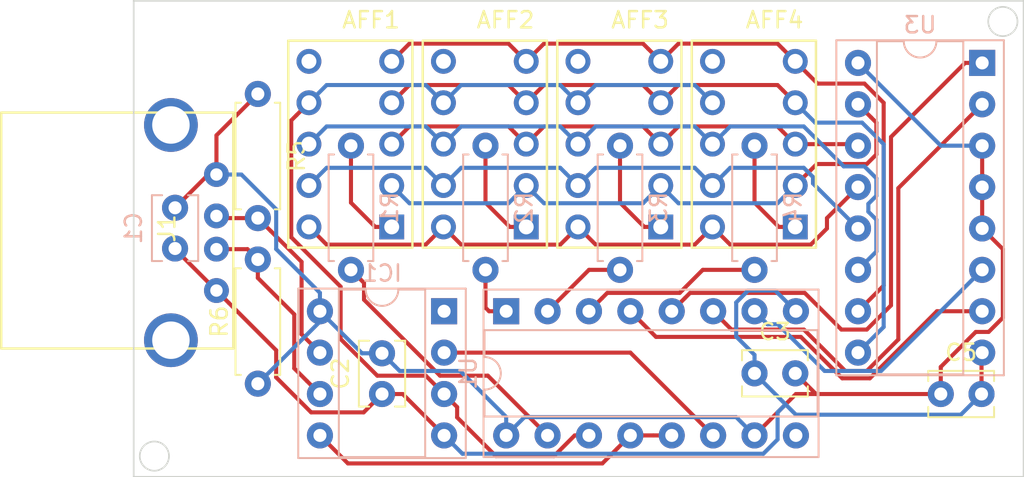
<source format=kicad_pcb>
(kicad_pcb (version 20171130) (host pcbnew 5.0.0)

  (general
    (thickness 1.6)
    (drawings 6)
    (tracks 296)
    (zones 0)
    (modules 18)
    (nets 34)
  )

  (page A4)
  (layers
    (0 F.Cu signal)
    (31 B.Cu signal)
    (32 B.Adhes user)
    (33 F.Adhes user)
    (34 B.Paste user)
    (35 F.Paste user)
    (36 B.SilkS user)
    (37 F.SilkS user)
    (38 B.Mask user)
    (39 F.Mask user)
    (40 Dwgs.User user)
    (41 Cmts.User user)
    (42 Eco1.User user)
    (43 Eco2.User user)
    (44 Edge.Cuts user)
    (45 Margin user)
    (46 B.CrtYd user)
    (47 F.CrtYd user)
    (48 B.Fab user hide)
    (49 F.Fab user hide)
  )

  (setup
    (last_trace_width 0.25)
    (trace_clearance 0.2)
    (zone_clearance 0.508)
    (zone_45_only no)
    (trace_min 0.2)
    (segment_width 0.2)
    (edge_width 0.1)
    (via_size 0.8)
    (via_drill 0.4)
    (via_min_size 0.4)
    (via_min_drill 0.3)
    (uvia_size 0.3)
    (uvia_drill 0.1)
    (uvias_allowed no)
    (uvia_min_size 0.2)
    (uvia_min_drill 0.1)
    (pcb_text_width 0.3)
    (pcb_text_size 1.5 1.5)
    (mod_edge_width 0.15)
    (mod_text_size 1 1)
    (mod_text_width 0.15)
    (pad_size 1.5 1.5)
    (pad_drill 0.6)
    (pad_to_mask_clearance 0)
    (aux_axis_origin 0 0)
    (visible_elements FFFFFF7F)
    (pcbplotparams
      (layerselection 0x010fc_ffffffff)
      (usegerberextensions false)
      (usegerberattributes false)
      (usegerberadvancedattributes false)
      (creategerberjobfile false)
      (excludeedgelayer true)
      (linewidth 0.100000)
      (plotframeref false)
      (viasonmask false)
      (mode 1)
      (useauxorigin false)
      (hpglpennumber 1)
      (hpglpenspeed 20)
      (hpglpendiameter 15.000000)
      (psnegative false)
      (psa4output false)
      (plotreference true)
      (plotvalue true)
      (plotinvisibletext false)
      (padsonsilk false)
      (subtractmaskfromsilk false)
      (outputformat 1)
      (mirror false)
      (drillshape 1)
      (scaleselection 1)
      (outputdirectory ""))
  )

  (net 0 "")
  (net 1 /a)
  (net 2 /b)
  (net 3 /c)
  (net 4 /SER_DP)
  (net 5 "Net-(AFF1-Pad6)")
  (net 6 /d)
  (net 7 /e)
  (net 8 /g)
  (net 9 /f)
  (net 10 "Net-(AFF1-Pad1)")
  (net 11 "Net-(AFF2-Pad1)")
  (net 12 "Net-(AFF2-Pad6)")
  (net 13 "Net-(AFF3-Pad6)")
  (net 14 "Net-(AFF3-Pad1)")
  (net 15 "Net-(AFF4-Pad1)")
  (net 16 "Net-(AFF4-Pad6)")
  (net 17 VCC)
  (net 18 GND)
  (net 19 "Net-(IC1-Pad1)")
  (net 20 /RCLK)
  (net 21 /SRCLK)
  (net 22 /INSER)
  (net 23 /INCLK)
  (net 24 "Net-(J1-Pad5)")
  (net 25 /DECD)
  (net 26 /DECC)
  (net 27 /DECB)
  (net 28 /DECA)
  (net 29 "Net-(U1-Pad9)")
  (net 30 /AFF1)
  (net 31 /AFF2)
  (net 32 /AFF3)
  (net 33 /AFF4)

  (net_class Default "This is the default net class."
    (clearance 0.2)
    (trace_width 0.25)
    (via_dia 0.8)
    (via_drill 0.4)
    (uvia_dia 0.3)
    (uvia_drill 0.1)
    (add_net /AFF1)
    (add_net /AFF2)
    (add_net /AFF3)
    (add_net /AFF4)
    (add_net /DECA)
    (add_net /DECB)
    (add_net /DECC)
    (add_net /DECD)
    (add_net /INCLK)
    (add_net /INSER)
    (add_net /RCLK)
    (add_net /SER_DP)
    (add_net /SRCLK)
    (add_net /a)
    (add_net /b)
    (add_net /c)
    (add_net /d)
    (add_net /e)
    (add_net /f)
    (add_net /g)
    (add_net GND)
    (add_net "Net-(AFF1-Pad1)")
    (add_net "Net-(AFF1-Pad6)")
    (add_net "Net-(AFF2-Pad1)")
    (add_net "Net-(AFF2-Pad6)")
    (add_net "Net-(AFF3-Pad1)")
    (add_net "Net-(AFF3-Pad6)")
    (add_net "Net-(AFF4-Pad1)")
    (add_net "Net-(AFF4-Pad6)")
    (add_net "Net-(IC1-Pad1)")
    (add_net "Net-(J1-Pad5)")
    (add_net "Net-(U1-Pad9)")
    (add_net VCC)
  )

  (module local:LSHD-A101 (layer F.Cu) (tedit 5B99886D) (tstamp 5BC8FB3D)
    (at 76.795389 84.995329 270)
    (path /5AAD7BA2)
    (fp_text reference AFF1 (at -7.62 -1.27 180) (layer F.SilkS)
      (effects (font (size 1 1) (thickness 0.15)))
    )
    (fp_text value LSHD-A101 (at 0 0 270) (layer F.Fab)
      (effects (font (size 1 1) (thickness 0.15)))
    )
    (fp_line (start -6.35 -3.81) (end -6.35 3.81) (layer F.SilkS) (width 0.15))
    (fp_line (start 6.35 -3.81) (end -6.35 -3.81) (layer F.SilkS) (width 0.15))
    (fp_line (start 6.35 3.81) (end 6.35 -3.81) (layer F.SilkS) (width 0.15))
    (fp_line (start -6.35 3.81) (end 6.35 3.81) (layer F.SilkS) (width 0.15))
    (pad 10 thru_hole circle (at 5.08 2.54 180) (size 1.524 1.524) (drill 0.9144) (layers *.Cu *.Mask)
      (net 1 /a))
    (pad 9 thru_hole circle (at 2.54 2.54 180) (size 1.524 1.524) (drill 0.9144) (layers *.Cu *.Mask)
      (net 2 /b))
    (pad 8 thru_hole circle (at 0 2.54 180) (size 1.524 1.524) (drill 0.9144) (layers *.Cu *.Mask)
      (net 3 /c))
    (pad 7 thru_hole circle (at -2.54 2.54 180) (size 1.524 1.524) (drill 0.9144) (layers *.Cu *.Mask)
      (net 4 /SER_DP))
    (pad 6 thru_hole circle (at -5.08 2.54 180) (size 1.524 1.524) (drill 0.9144) (layers *.Cu *.Mask)
      (net 5 "Net-(AFF1-Pad6)"))
    (pad 5 thru_hole circle (at -5.08 -2.54 180) (size 1.524 1.524) (drill 0.9144) (layers *.Cu *.Mask)
      (net 6 /d))
    (pad 4 thru_hole circle (at -2.54 -2.54 180) (size 1.524 1.524) (drill 0.9144) (layers *.Cu *.Mask)
      (net 7 /e))
    (pad 3 thru_hole circle (at 0 -2.54 180) (size 1.524 1.524) (drill 0.9144) (layers *.Cu *.Mask)
      (net 8 /g))
    (pad 2 thru_hole circle (at 2.54 -2.54 180) (size 1.524 1.524) (drill 0.9144) (layers *.Cu *.Mask)
      (net 9 /f))
    (pad 1 thru_hole rect (at 5.08 -2.54 180) (size 1.524 1.524) (drill 0.9144) (layers *.Cu *.Mask)
      (net 10 "Net-(AFF1-Pad1)"))
  )

  (module local:LSHD-A101 (layer F.Cu) (tedit 5B99886D) (tstamp 5BC8FB4F)
    (at 85.050389 84.995329 270)
    (path /5AAD7CF0)
    (fp_text reference AFF2 (at -7.62 -1.27 180) (layer F.SilkS)
      (effects (font (size 1 1) (thickness 0.15)))
    )
    (fp_text value LSHD-A101 (at 0 0 270) (layer F.Fab)
      (effects (font (size 1 1) (thickness 0.15)))
    )
    (fp_line (start -6.35 3.81) (end 6.35 3.81) (layer F.SilkS) (width 0.15))
    (fp_line (start 6.35 3.81) (end 6.35 -3.81) (layer F.SilkS) (width 0.15))
    (fp_line (start 6.35 -3.81) (end -6.35 -3.81) (layer F.SilkS) (width 0.15))
    (fp_line (start -6.35 -3.81) (end -6.35 3.81) (layer F.SilkS) (width 0.15))
    (pad 1 thru_hole rect (at 5.08 -2.54 180) (size 1.524 1.524) (drill 0.9144) (layers *.Cu *.Mask)
      (net 11 "Net-(AFF2-Pad1)"))
    (pad 2 thru_hole circle (at 2.54 -2.54 180) (size 1.524 1.524) (drill 0.9144) (layers *.Cu *.Mask)
      (net 9 /f))
    (pad 3 thru_hole circle (at 0 -2.54 180) (size 1.524 1.524) (drill 0.9144) (layers *.Cu *.Mask)
      (net 8 /g))
    (pad 4 thru_hole circle (at -2.54 -2.54 180) (size 1.524 1.524) (drill 0.9144) (layers *.Cu *.Mask)
      (net 7 /e))
    (pad 5 thru_hole circle (at -5.08 -2.54 180) (size 1.524 1.524) (drill 0.9144) (layers *.Cu *.Mask)
      (net 6 /d))
    (pad 6 thru_hole circle (at -5.08 2.54 180) (size 1.524 1.524) (drill 0.9144) (layers *.Cu *.Mask)
      (net 12 "Net-(AFF2-Pad6)"))
    (pad 7 thru_hole circle (at -2.54 2.54 180) (size 1.524 1.524) (drill 0.9144) (layers *.Cu *.Mask)
      (net 4 /SER_DP))
    (pad 8 thru_hole circle (at 0 2.54 180) (size 1.524 1.524) (drill 0.9144) (layers *.Cu *.Mask)
      (net 3 /c))
    (pad 9 thru_hole circle (at 2.54 2.54 180) (size 1.524 1.524) (drill 0.9144) (layers *.Cu *.Mask)
      (net 2 /b))
    (pad 10 thru_hole circle (at 5.08 2.54 180) (size 1.524 1.524) (drill 0.9144) (layers *.Cu *.Mask)
      (net 1 /a))
  )

  (module local:LSHD-A101 (layer F.Cu) (tedit 5B99886D) (tstamp 5BC8FB61)
    (at 93.305389 84.995329 270)
    (path /5AAD7D67)
    (fp_text reference AFF3 (at -7.62 -1.27 180) (layer F.SilkS)
      (effects (font (size 1 1) (thickness 0.15)))
    )
    (fp_text value LSHD-A101 (at 0 0 270) (layer F.Fab)
      (effects (font (size 1 1) (thickness 0.15)))
    )
    (fp_line (start -6.35 -3.81) (end -6.35 3.81) (layer F.SilkS) (width 0.15))
    (fp_line (start 6.35 -3.81) (end -6.35 -3.81) (layer F.SilkS) (width 0.15))
    (fp_line (start 6.35 3.81) (end 6.35 -3.81) (layer F.SilkS) (width 0.15))
    (fp_line (start -6.35 3.81) (end 6.35 3.81) (layer F.SilkS) (width 0.15))
    (pad 10 thru_hole circle (at 5.08 2.54 180) (size 1.524 1.524) (drill 0.9144) (layers *.Cu *.Mask)
      (net 1 /a))
    (pad 9 thru_hole circle (at 2.54 2.54 180) (size 1.524 1.524) (drill 0.9144) (layers *.Cu *.Mask)
      (net 2 /b))
    (pad 8 thru_hole circle (at 0 2.54 180) (size 1.524 1.524) (drill 0.9144) (layers *.Cu *.Mask)
      (net 3 /c))
    (pad 7 thru_hole circle (at -2.54 2.54 180) (size 1.524 1.524) (drill 0.9144) (layers *.Cu *.Mask)
      (net 4 /SER_DP))
    (pad 6 thru_hole circle (at -5.08 2.54 180) (size 1.524 1.524) (drill 0.9144) (layers *.Cu *.Mask)
      (net 13 "Net-(AFF3-Pad6)"))
    (pad 5 thru_hole circle (at -5.08 -2.54 180) (size 1.524 1.524) (drill 0.9144) (layers *.Cu *.Mask)
      (net 6 /d))
    (pad 4 thru_hole circle (at -2.54 -2.54 180) (size 1.524 1.524) (drill 0.9144) (layers *.Cu *.Mask)
      (net 7 /e))
    (pad 3 thru_hole circle (at 0 -2.54 180) (size 1.524 1.524) (drill 0.9144) (layers *.Cu *.Mask)
      (net 8 /g))
    (pad 2 thru_hole circle (at 2.54 -2.54 180) (size 1.524 1.524) (drill 0.9144) (layers *.Cu *.Mask)
      (net 9 /f))
    (pad 1 thru_hole rect (at 5.08 -2.54 180) (size 1.524 1.524) (drill 0.9144) (layers *.Cu *.Mask)
      (net 14 "Net-(AFF3-Pad1)"))
  )

  (module local:LSHD-A101 (layer F.Cu) (tedit 5B99886D) (tstamp 5BC8FB73)
    (at 101.560389 84.995329 270)
    (path /5AAD7DEE)
    (fp_text reference AFF4 (at -7.62 -1.27 180) (layer F.SilkS)
      (effects (font (size 1 1) (thickness 0.15)))
    )
    (fp_text value LSHD-A101 (at 0 0 270) (layer F.Fab)
      (effects (font (size 1 1) (thickness 0.15)))
    )
    (fp_line (start -6.35 3.81) (end 6.35 3.81) (layer F.SilkS) (width 0.15))
    (fp_line (start 6.35 3.81) (end 6.35 -3.81) (layer F.SilkS) (width 0.15))
    (fp_line (start 6.35 -3.81) (end -6.35 -3.81) (layer F.SilkS) (width 0.15))
    (fp_line (start -6.35 -3.81) (end -6.35 3.81) (layer F.SilkS) (width 0.15))
    (pad 1 thru_hole rect (at 5.08 -2.54 180) (size 1.524 1.524) (drill 0.9144) (layers *.Cu *.Mask)
      (net 15 "Net-(AFF4-Pad1)"))
    (pad 2 thru_hole circle (at 2.54 -2.54 180) (size 1.524 1.524) (drill 0.9144) (layers *.Cu *.Mask)
      (net 9 /f))
    (pad 3 thru_hole circle (at 0 -2.54 180) (size 1.524 1.524) (drill 0.9144) (layers *.Cu *.Mask)
      (net 8 /g))
    (pad 4 thru_hole circle (at -2.54 -2.54 180) (size 1.524 1.524) (drill 0.9144) (layers *.Cu *.Mask)
      (net 7 /e))
    (pad 5 thru_hole circle (at -5.08 -2.54 180) (size 1.524 1.524) (drill 0.9144) (layers *.Cu *.Mask)
      (net 6 /d))
    (pad 6 thru_hole circle (at -5.08 2.54 180) (size 1.524 1.524) (drill 0.9144) (layers *.Cu *.Mask)
      (net 16 "Net-(AFF4-Pad6)"))
    (pad 7 thru_hole circle (at -2.54 2.54 180) (size 1.524 1.524) (drill 0.9144) (layers *.Cu *.Mask)
      (net 4 /SER_DP))
    (pad 8 thru_hole circle (at 0 2.54 180) (size 1.524 1.524) (drill 0.9144) (layers *.Cu *.Mask)
      (net 3 /c))
    (pad 9 thru_hole circle (at 2.54 2.54 180) (size 1.524 1.524) (drill 0.9144) (layers *.Cu *.Mask)
      (net 2 /b))
    (pad 10 thru_hole circle (at 5.08 2.54 180) (size 1.524 1.524) (drill 0.9144) (layers *.Cu *.Mask)
      (net 1 /a))
  )

  (module Capacitor_THT:C_Disc_D3.8mm_W2.6mm_P2.50mm (layer B.Cu) (tedit 5AE50EF0) (tstamp 5BC8FB88)
    (at 66.04 88.9 270)
    (descr "C, Disc series, Radial, pin pitch=2.50mm, , diameter*width=3.8*2.6mm^2, Capacitor, http://www.vishay.com/docs/45233/krseries.pdf")
    (tags "C Disc series Radial pin pitch 2.50mm  diameter 3.8mm width 2.6mm Capacitor")
    (path /5AAEAC1D)
    (fp_text reference C1 (at 1.25 2.55 270) (layer B.SilkS)
      (effects (font (size 1 1) (thickness 0.15)) (justify mirror))
    )
    (fp_text value 1uF (at 1.25 -2.55 270) (layer B.Fab)
      (effects (font (size 1 1) (thickness 0.15)) (justify mirror))
    )
    (fp_line (start -0.65 1.3) (end -0.65 -1.3) (layer B.Fab) (width 0.1))
    (fp_line (start -0.65 -1.3) (end 3.15 -1.3) (layer B.Fab) (width 0.1))
    (fp_line (start 3.15 -1.3) (end 3.15 1.3) (layer B.Fab) (width 0.1))
    (fp_line (start 3.15 1.3) (end -0.65 1.3) (layer B.Fab) (width 0.1))
    (fp_line (start -0.77 1.42) (end 3.27 1.42) (layer B.SilkS) (width 0.12))
    (fp_line (start -0.77 -1.42) (end 3.27 -1.42) (layer B.SilkS) (width 0.12))
    (fp_line (start -0.77 1.42) (end -0.77 0.795) (layer B.SilkS) (width 0.12))
    (fp_line (start -0.77 -0.795) (end -0.77 -1.42) (layer B.SilkS) (width 0.12))
    (fp_line (start 3.27 1.42) (end 3.27 0.795) (layer B.SilkS) (width 0.12))
    (fp_line (start 3.27 -0.795) (end 3.27 -1.42) (layer B.SilkS) (width 0.12))
    (fp_line (start -1.05 1.55) (end -1.05 -1.55) (layer B.CrtYd) (width 0.05))
    (fp_line (start -1.05 -1.55) (end 3.55 -1.55) (layer B.CrtYd) (width 0.05))
    (fp_line (start 3.55 -1.55) (end 3.55 1.55) (layer B.CrtYd) (width 0.05))
    (fp_line (start 3.55 1.55) (end -1.05 1.55) (layer B.CrtYd) (width 0.05))
    (fp_text user %R (at 1.25 0 270) (layer B.Fab)
      (effects (font (size 0.76 0.76) (thickness 0.114)) (justify mirror))
    )
    (pad 1 thru_hole circle (at 0 0 270) (size 1.6 1.6) (drill 0.8) (layers *.Cu *.Mask)
      (net 17 VCC))
    (pad 2 thru_hole circle (at 2.5 0 270) (size 1.6 1.6) (drill 0.8) (layers *.Cu *.Mask)
      (net 18 GND))
    (model ${KISYS3DMOD}/Capacitor_THT.3dshapes/C_Disc_D3.8mm_W2.6mm_P2.50mm.wrl
      (at (xyz 0 0 0))
      (scale (xyz 1 1 1))
      (rotate (xyz 0 0 0))
    )
  )

  (module Capacitor_THT:C_Disc_D3.8mm_W2.6mm_P2.50mm (layer F.Cu) (tedit 5AE50EF0) (tstamp 5BC8FB9D)
    (at 78.74 100.33 90)
    (descr "C, Disc series, Radial, pin pitch=2.50mm, , diameter*width=3.8*2.6mm^2, Capacitor, http://www.vishay.com/docs/45233/krseries.pdf")
    (tags "C Disc series Radial pin pitch 2.50mm  diameter 3.8mm width 2.6mm Capacitor")
    (path /5AAF0E21)
    (fp_text reference C2 (at 1.25 -2.55 90) (layer F.SilkS)
      (effects (font (size 1 1) (thickness 0.15)))
    )
    (fp_text value 0.1uF (at 1.25 2.55 90) (layer F.Fab)
      (effects (font (size 1 1) (thickness 0.15)))
    )
    (fp_text user %R (at 1.25 0 90) (layer F.Fab)
      (effects (font (size 0.76 0.76) (thickness 0.114)))
    )
    (fp_line (start 3.55 -1.55) (end -1.05 -1.55) (layer F.CrtYd) (width 0.05))
    (fp_line (start 3.55 1.55) (end 3.55 -1.55) (layer F.CrtYd) (width 0.05))
    (fp_line (start -1.05 1.55) (end 3.55 1.55) (layer F.CrtYd) (width 0.05))
    (fp_line (start -1.05 -1.55) (end -1.05 1.55) (layer F.CrtYd) (width 0.05))
    (fp_line (start 3.27 0.795) (end 3.27 1.42) (layer F.SilkS) (width 0.12))
    (fp_line (start 3.27 -1.42) (end 3.27 -0.795) (layer F.SilkS) (width 0.12))
    (fp_line (start -0.77 0.795) (end -0.77 1.42) (layer F.SilkS) (width 0.12))
    (fp_line (start -0.77 -1.42) (end -0.77 -0.795) (layer F.SilkS) (width 0.12))
    (fp_line (start -0.77 1.42) (end 3.27 1.42) (layer F.SilkS) (width 0.12))
    (fp_line (start -0.77 -1.42) (end 3.27 -1.42) (layer F.SilkS) (width 0.12))
    (fp_line (start 3.15 -1.3) (end -0.65 -1.3) (layer F.Fab) (width 0.1))
    (fp_line (start 3.15 1.3) (end 3.15 -1.3) (layer F.Fab) (width 0.1))
    (fp_line (start -0.65 1.3) (end 3.15 1.3) (layer F.Fab) (width 0.1))
    (fp_line (start -0.65 -1.3) (end -0.65 1.3) (layer F.Fab) (width 0.1))
    (pad 2 thru_hole circle (at 2.5 0 90) (size 1.6 1.6) (drill 0.8) (layers *.Cu *.Mask)
      (net 17 VCC))
    (pad 1 thru_hole circle (at 0 0 90) (size 1.6 1.6) (drill 0.8) (layers *.Cu *.Mask)
      (net 18 GND))
    (model ${KISYS3DMOD}/Capacitor_THT.3dshapes/C_Disc_D3.8mm_W2.6mm_P2.50mm.wrl
      (at (xyz 0 0 0))
      (scale (xyz 1 1 1))
      (rotate (xyz 0 0 0))
    )
  )

  (module Capacitor_THT:C_Disc_D3.8mm_W2.6mm_P2.50mm (layer F.Cu) (tedit 5AE50EF0) (tstamp 5BC8FBB2)
    (at 101.6 99.06)
    (descr "C, Disc series, Radial, pin pitch=2.50mm, , diameter*width=3.8*2.6mm^2, Capacitor, http://www.vishay.com/docs/45233/krseries.pdf")
    (tags "C Disc series Radial pin pitch 2.50mm  diameter 3.8mm width 2.6mm Capacitor")
    (path /5AAF14C6)
    (fp_text reference C3 (at 1.25 -2.55) (layer F.SilkS)
      (effects (font (size 1 1) (thickness 0.15)))
    )
    (fp_text value 0.1uF (at 1.25 2.55) (layer F.Fab)
      (effects (font (size 1 1) (thickness 0.15)))
    )
    (fp_line (start -0.65 -1.3) (end -0.65 1.3) (layer F.Fab) (width 0.1))
    (fp_line (start -0.65 1.3) (end 3.15 1.3) (layer F.Fab) (width 0.1))
    (fp_line (start 3.15 1.3) (end 3.15 -1.3) (layer F.Fab) (width 0.1))
    (fp_line (start 3.15 -1.3) (end -0.65 -1.3) (layer F.Fab) (width 0.1))
    (fp_line (start -0.77 -1.42) (end 3.27 -1.42) (layer F.SilkS) (width 0.12))
    (fp_line (start -0.77 1.42) (end 3.27 1.42) (layer F.SilkS) (width 0.12))
    (fp_line (start -0.77 -1.42) (end -0.77 -0.795) (layer F.SilkS) (width 0.12))
    (fp_line (start -0.77 0.795) (end -0.77 1.42) (layer F.SilkS) (width 0.12))
    (fp_line (start 3.27 -1.42) (end 3.27 -0.795) (layer F.SilkS) (width 0.12))
    (fp_line (start 3.27 0.795) (end 3.27 1.42) (layer F.SilkS) (width 0.12))
    (fp_line (start -1.05 -1.55) (end -1.05 1.55) (layer F.CrtYd) (width 0.05))
    (fp_line (start -1.05 1.55) (end 3.55 1.55) (layer F.CrtYd) (width 0.05))
    (fp_line (start 3.55 1.55) (end 3.55 -1.55) (layer F.CrtYd) (width 0.05))
    (fp_line (start 3.55 -1.55) (end -1.05 -1.55) (layer F.CrtYd) (width 0.05))
    (fp_text user %R (at 1.25 0) (layer F.Fab)
      (effects (font (size 0.76 0.76) (thickness 0.114)))
    )
    (pad 1 thru_hole circle (at 0 0) (size 1.6 1.6) (drill 0.8) (layers *.Cu *.Mask)
      (net 18 GND))
    (pad 2 thru_hole circle (at 2.5 0) (size 1.6 1.6) (drill 0.8) (layers *.Cu *.Mask)
      (net 17 VCC))
    (model ${KISYS3DMOD}/Capacitor_THT.3dshapes/C_Disc_D3.8mm_W2.6mm_P2.50mm.wrl
      (at (xyz 0 0 0))
      (scale (xyz 1 1 1))
      (rotate (xyz 0 0 0))
    )
  )

  (module Capacitor_THT:C_Disc_D3.8mm_W2.6mm_P2.50mm (layer F.Cu) (tedit 5AE50EF0) (tstamp 5BC8FBC7)
    (at 113.03 100.33)
    (descr "C, Disc series, Radial, pin pitch=2.50mm, , diameter*width=3.8*2.6mm^2, Capacitor, http://www.vishay.com/docs/45233/krseries.pdf")
    (tags "C Disc series Radial pin pitch 2.50mm  diameter 3.8mm width 2.6mm Capacitor")
    (path /5AAF2315)
    (fp_text reference C5 (at 1.25 -2.55) (layer F.SilkS)
      (effects (font (size 1 1) (thickness 0.15)))
    )
    (fp_text value 0.1uF (at 1.25 2.55) (layer F.Fab)
      (effects (font (size 1 1) (thickness 0.15)))
    )
    (fp_line (start -0.65 -1.3) (end -0.65 1.3) (layer F.Fab) (width 0.1))
    (fp_line (start -0.65 1.3) (end 3.15 1.3) (layer F.Fab) (width 0.1))
    (fp_line (start 3.15 1.3) (end 3.15 -1.3) (layer F.Fab) (width 0.1))
    (fp_line (start 3.15 -1.3) (end -0.65 -1.3) (layer F.Fab) (width 0.1))
    (fp_line (start -0.77 -1.42) (end 3.27 -1.42) (layer F.SilkS) (width 0.12))
    (fp_line (start -0.77 1.42) (end 3.27 1.42) (layer F.SilkS) (width 0.12))
    (fp_line (start -0.77 -1.42) (end -0.77 -0.795) (layer F.SilkS) (width 0.12))
    (fp_line (start -0.77 0.795) (end -0.77 1.42) (layer F.SilkS) (width 0.12))
    (fp_line (start 3.27 -1.42) (end 3.27 -0.795) (layer F.SilkS) (width 0.12))
    (fp_line (start 3.27 0.795) (end 3.27 1.42) (layer F.SilkS) (width 0.12))
    (fp_line (start -1.05 -1.55) (end -1.05 1.55) (layer F.CrtYd) (width 0.05))
    (fp_line (start -1.05 1.55) (end 3.55 1.55) (layer F.CrtYd) (width 0.05))
    (fp_line (start 3.55 1.55) (end 3.55 -1.55) (layer F.CrtYd) (width 0.05))
    (fp_line (start 3.55 -1.55) (end -1.05 -1.55) (layer F.CrtYd) (width 0.05))
    (fp_text user %R (at 1.25 0) (layer F.Fab)
      (effects (font (size 0.76 0.76) (thickness 0.114)))
    )
    (pad 1 thru_hole circle (at 0 0) (size 1.6 1.6) (drill 0.8) (layers *.Cu *.Mask)
      (net 17 VCC))
    (pad 2 thru_hole circle (at 2.5 0) (size 1.6 1.6) (drill 0.8) (layers *.Cu *.Mask)
      (net 18 GND))
    (model ${KISYS3DMOD}/Capacitor_THT.3dshapes/C_Disc_D3.8mm_W2.6mm_P2.50mm.wrl
      (at (xyz 0 0 0))
      (scale (xyz 1 1 1))
      (rotate (xyz 0 0 0))
    )
  )

  (module Package_DIP:DIP-8_W7.62mm_Socket (layer B.Cu) (tedit 5A02E8C5) (tstamp 5BC8FBEB)
    (at 82.55 95.25 180)
    (descr "8-lead though-hole mounted DIP package, row spacing 7.62 mm (300 mils), Socket")
    (tags "THT DIP DIL PDIP 2.54mm 7.62mm 300mil Socket")
    (path /5AAE97E0)
    (fp_text reference IC1 (at 3.81 2.33 180) (layer B.SilkS)
      (effects (font (size 1 1) (thickness 0.15)) (justify mirror))
    )
    (fp_text value ATTINY45-P (at 3.81 -9.95 180) (layer B.Fab)
      (effects (font (size 1 1) (thickness 0.15)) (justify mirror))
    )
    (fp_arc (start 3.81 1.33) (end 2.81 1.33) (angle 180) (layer B.SilkS) (width 0.12))
    (fp_line (start 1.635 1.27) (end 6.985 1.27) (layer B.Fab) (width 0.1))
    (fp_line (start 6.985 1.27) (end 6.985 -8.89) (layer B.Fab) (width 0.1))
    (fp_line (start 6.985 -8.89) (end 0.635 -8.89) (layer B.Fab) (width 0.1))
    (fp_line (start 0.635 -8.89) (end 0.635 0.27) (layer B.Fab) (width 0.1))
    (fp_line (start 0.635 0.27) (end 1.635 1.27) (layer B.Fab) (width 0.1))
    (fp_line (start -1.27 1.33) (end -1.27 -8.95) (layer B.Fab) (width 0.1))
    (fp_line (start -1.27 -8.95) (end 8.89 -8.95) (layer B.Fab) (width 0.1))
    (fp_line (start 8.89 -8.95) (end 8.89 1.33) (layer B.Fab) (width 0.1))
    (fp_line (start 8.89 1.33) (end -1.27 1.33) (layer B.Fab) (width 0.1))
    (fp_line (start 2.81 1.33) (end 1.16 1.33) (layer B.SilkS) (width 0.12))
    (fp_line (start 1.16 1.33) (end 1.16 -8.95) (layer B.SilkS) (width 0.12))
    (fp_line (start 1.16 -8.95) (end 6.46 -8.95) (layer B.SilkS) (width 0.12))
    (fp_line (start 6.46 -8.95) (end 6.46 1.33) (layer B.SilkS) (width 0.12))
    (fp_line (start 6.46 1.33) (end 4.81 1.33) (layer B.SilkS) (width 0.12))
    (fp_line (start -1.33 1.39) (end -1.33 -9.01) (layer B.SilkS) (width 0.12))
    (fp_line (start -1.33 -9.01) (end 8.95 -9.01) (layer B.SilkS) (width 0.12))
    (fp_line (start 8.95 -9.01) (end 8.95 1.39) (layer B.SilkS) (width 0.12))
    (fp_line (start 8.95 1.39) (end -1.33 1.39) (layer B.SilkS) (width 0.12))
    (fp_line (start -1.55 1.6) (end -1.55 -9.2) (layer B.CrtYd) (width 0.05))
    (fp_line (start -1.55 -9.2) (end 9.15 -9.2) (layer B.CrtYd) (width 0.05))
    (fp_line (start 9.15 -9.2) (end 9.15 1.6) (layer B.CrtYd) (width 0.05))
    (fp_line (start 9.15 1.6) (end -1.55 1.6) (layer B.CrtYd) (width 0.05))
    (fp_text user %R (at 3.81 -3.81 180) (layer B.Fab)
      (effects (font (size 1 1) (thickness 0.15)) (justify mirror))
    )
    (pad 1 thru_hole rect (at 0 0 180) (size 1.6 1.6) (drill 0.8) (layers *.Cu *.Mask)
      (net 19 "Net-(IC1-Pad1)"))
    (pad 5 thru_hole oval (at 7.62 -7.62 180) (size 1.6 1.6) (drill 0.8) (layers *.Cu *.Mask)
      (net 20 /RCLK))
    (pad 2 thru_hole oval (at 0 -2.54 180) (size 1.6 1.6) (drill 0.8) (layers *.Cu *.Mask)
      (net 21 /SRCLK))
    (pad 6 thru_hole oval (at 7.62 -5.08 180) (size 1.6 1.6) (drill 0.8) (layers *.Cu *.Mask)
      (net 22 /INSER))
    (pad 3 thru_hole oval (at 0 -5.08 180) (size 1.6 1.6) (drill 0.8) (layers *.Cu *.Mask)
      (net 4 /SER_DP))
    (pad 7 thru_hole oval (at 7.62 -2.54 180) (size 1.6 1.6) (drill 0.8) (layers *.Cu *.Mask)
      (net 23 /INCLK))
    (pad 4 thru_hole oval (at 0 -7.62 180) (size 1.6 1.6) (drill 0.8) (layers *.Cu *.Mask)
      (net 18 GND))
    (pad 8 thru_hole oval (at 7.62 0 180) (size 1.6 1.6) (drill 0.8) (layers *.Cu *.Mask)
      (net 17 VCC))
    (model ${KISYS3DMOD}/Package_DIP.3dshapes/DIP-8_W7.62mm_Socket.wrl
      (at (xyz 0 0 0))
      (scale (xyz 1 1 1))
      (rotate (xyz 0 0 0))
    )
  )

  (module local:USB_A_Through (layer F.Cu) (tedit 5BA11185) (tstamp 5BC8FBF9)
    (at 66.04 90.17 270)
    (path /5B939778)
    (fp_text reference J1 (at 0 0.5 270) (layer F.SilkS)
      (effects (font (size 1 1) (thickness 0.15)))
    )
    (fp_text value USB_A (at 0 2.794 270) (layer F.Fab)
      (effects (font (size 1 1) (thickness 0.15)))
    )
    (fp_line (start -7.112 -3.572) (end 7.366 -3.572) (layer F.SilkS) (width 0.15))
    (fp_line (start 7.366 -3.572) (end 7.366 10.652) (layer F.SilkS) (width 0.15))
    (fp_line (start -7.112 -3.572) (end -7.112 10.652) (layer F.SilkS) (width 0.15))
    (fp_line (start -7.112 10.668) (end 7.366 10.668) (layer F.SilkS) (width 0.15))
    (pad 1 thru_hole circle (at -3.31 -2.54 270) (size 1.524 1.524) (drill 0.762) (layers *.Cu *.Mask)
      (net 17 VCC))
    (pad 2 thru_hole circle (at -0.77 -2.54 270) (size 1.524 1.524) (drill 0.762) (layers *.Cu *.Mask)
      (net 23 /INCLK))
    (pad 3 thru_hole circle (at 1.27 -2.54 270) (size 1.524 1.524) (drill 0.762) (layers *.Cu *.Mask)
      (net 22 /INSER))
    (pad 4 thru_hole circle (at 3.81 -2.54 270) (size 1.524 1.524) (drill 0.762) (layers *.Cu *.Mask)
      (net 18 GND))
    (pad 5 thru_hole circle (at -6.35 0.254 270) (size 3.3 3.3) (drill 2.3) (layers *.Cu *.Mask)
      (net 24 "Net-(J1-Pad5)"))
    (pad 5 thru_hole circle (at 6.858 0.254 270) (size 3.3 3.3) (drill 2.3) (layers *.Cu *.Mask)
      (net 24 "Net-(J1-Pad5)"))
  )

  (module Resistor_THT:R_Axial_DIN0207_L6.3mm_D2.5mm_P7.62mm_Horizontal (layer B.Cu) (tedit 5AE5139B) (tstamp 5BC8FC10)
    (at 76.835 92.71 90)
    (descr "Resistor, Axial_DIN0207 series, Axial, Horizontal, pin pitch=7.62mm, 0.25W = 1/4W, length*diameter=6.3*2.5mm^2, http://cdn-reichelt.de/documents/datenblatt/B400/1_4W%23YAG.pdf")
    (tags "Resistor Axial_DIN0207 series Axial Horizontal pin pitch 7.62mm 0.25W = 1/4W length 6.3mm diameter 2.5mm")
    (path /5AAEB0A8)
    (fp_text reference R1 (at 3.81 2.37 90) (layer B.SilkS)
      (effects (font (size 1 1) (thickness 0.15)) (justify mirror))
    )
    (fp_text value 110 (at 3.81 -2.37 90) (layer B.Fab)
      (effects (font (size 1 1) (thickness 0.15)) (justify mirror))
    )
    (fp_text user %R (at 3.81 0 90) (layer B.Fab)
      (effects (font (size 1 1) (thickness 0.15)) (justify mirror))
    )
    (fp_line (start 8.67 1.5) (end -1.05 1.5) (layer B.CrtYd) (width 0.05))
    (fp_line (start 8.67 -1.5) (end 8.67 1.5) (layer B.CrtYd) (width 0.05))
    (fp_line (start -1.05 -1.5) (end 8.67 -1.5) (layer B.CrtYd) (width 0.05))
    (fp_line (start -1.05 1.5) (end -1.05 -1.5) (layer B.CrtYd) (width 0.05))
    (fp_line (start 7.08 -1.37) (end 7.08 -1.04) (layer B.SilkS) (width 0.12))
    (fp_line (start 0.54 -1.37) (end 7.08 -1.37) (layer B.SilkS) (width 0.12))
    (fp_line (start 0.54 -1.04) (end 0.54 -1.37) (layer B.SilkS) (width 0.12))
    (fp_line (start 7.08 1.37) (end 7.08 1.04) (layer B.SilkS) (width 0.12))
    (fp_line (start 0.54 1.37) (end 7.08 1.37) (layer B.SilkS) (width 0.12))
    (fp_line (start 0.54 1.04) (end 0.54 1.37) (layer B.SilkS) (width 0.12))
    (fp_line (start 7.62 0) (end 6.96 0) (layer B.Fab) (width 0.1))
    (fp_line (start 0 0) (end 0.66 0) (layer B.Fab) (width 0.1))
    (fp_line (start 6.96 1.25) (end 0.66 1.25) (layer B.Fab) (width 0.1))
    (fp_line (start 6.96 -1.25) (end 6.96 1.25) (layer B.Fab) (width 0.1))
    (fp_line (start 0.66 -1.25) (end 6.96 -1.25) (layer B.Fab) (width 0.1))
    (fp_line (start 0.66 1.25) (end 0.66 -1.25) (layer B.Fab) (width 0.1))
    (pad 2 thru_hole oval (at 7.62 0 90) (size 1.6 1.6) (drill 0.8) (layers *.Cu *.Mask)
      (net 10 "Net-(AFF1-Pad1)"))
    (pad 1 thru_hole circle (at 0 0 90) (size 1.6 1.6) (drill 0.8) (layers *.Cu *.Mask)
      (net 30 /AFF1))
    (model ${KISYS3DMOD}/Resistor_THT.3dshapes/R_Axial_DIN0207_L6.3mm_D2.5mm_P7.62mm_Horizontal.wrl
      (at (xyz 0 0 0))
      (scale (xyz 1 1 1))
      (rotate (xyz 0 0 0))
    )
  )

  (module Resistor_THT:R_Axial_DIN0207_L6.3mm_D2.5mm_P7.62mm_Horizontal (layer B.Cu) (tedit 5AE5139B) (tstamp 5BC8FC27)
    (at 85.09 92.71 90)
    (descr "Resistor, Axial_DIN0207 series, Axial, Horizontal, pin pitch=7.62mm, 0.25W = 1/4W, length*diameter=6.3*2.5mm^2, http://cdn-reichelt.de/documents/datenblatt/B400/1_4W%23YAG.pdf")
    (tags "Resistor Axial_DIN0207 series Axial Horizontal pin pitch 7.62mm 0.25W = 1/4W length 6.3mm diameter 2.5mm")
    (path /5AAEB58C)
    (fp_text reference R2 (at 3.81 2.37 90) (layer B.SilkS)
      (effects (font (size 1 1) (thickness 0.15)) (justify mirror))
    )
    (fp_text value 110 (at 3.81 -2.37 90) (layer B.Fab)
      (effects (font (size 1 1) (thickness 0.15)) (justify mirror))
    )
    (fp_line (start 0.66 1.25) (end 0.66 -1.25) (layer B.Fab) (width 0.1))
    (fp_line (start 0.66 -1.25) (end 6.96 -1.25) (layer B.Fab) (width 0.1))
    (fp_line (start 6.96 -1.25) (end 6.96 1.25) (layer B.Fab) (width 0.1))
    (fp_line (start 6.96 1.25) (end 0.66 1.25) (layer B.Fab) (width 0.1))
    (fp_line (start 0 0) (end 0.66 0) (layer B.Fab) (width 0.1))
    (fp_line (start 7.62 0) (end 6.96 0) (layer B.Fab) (width 0.1))
    (fp_line (start 0.54 1.04) (end 0.54 1.37) (layer B.SilkS) (width 0.12))
    (fp_line (start 0.54 1.37) (end 7.08 1.37) (layer B.SilkS) (width 0.12))
    (fp_line (start 7.08 1.37) (end 7.08 1.04) (layer B.SilkS) (width 0.12))
    (fp_line (start 0.54 -1.04) (end 0.54 -1.37) (layer B.SilkS) (width 0.12))
    (fp_line (start 0.54 -1.37) (end 7.08 -1.37) (layer B.SilkS) (width 0.12))
    (fp_line (start 7.08 -1.37) (end 7.08 -1.04) (layer B.SilkS) (width 0.12))
    (fp_line (start -1.05 1.5) (end -1.05 -1.5) (layer B.CrtYd) (width 0.05))
    (fp_line (start -1.05 -1.5) (end 8.67 -1.5) (layer B.CrtYd) (width 0.05))
    (fp_line (start 8.67 -1.5) (end 8.67 1.5) (layer B.CrtYd) (width 0.05))
    (fp_line (start 8.67 1.5) (end -1.05 1.5) (layer B.CrtYd) (width 0.05))
    (fp_text user %R (at 3.81 0 90) (layer B.Fab)
      (effects (font (size 1 1) (thickness 0.15)) (justify mirror))
    )
    (pad 1 thru_hole circle (at 0 0 90) (size 1.6 1.6) (drill 0.8) (layers *.Cu *.Mask)
      (net 31 /AFF2))
    (pad 2 thru_hole oval (at 7.62 0 90) (size 1.6 1.6) (drill 0.8) (layers *.Cu *.Mask)
      (net 11 "Net-(AFF2-Pad1)"))
    (model ${KISYS3DMOD}/Resistor_THT.3dshapes/R_Axial_DIN0207_L6.3mm_D2.5mm_P7.62mm_Horizontal.wrl
      (at (xyz 0 0 0))
      (scale (xyz 1 1 1))
      (rotate (xyz 0 0 0))
    )
  )

  (module Resistor_THT:R_Axial_DIN0207_L6.3mm_D2.5mm_P7.62mm_Horizontal (layer B.Cu) (tedit 5AE5139B) (tstamp 5BC8FC3E)
    (at 93.345 92.71 90)
    (descr "Resistor, Axial_DIN0207 series, Axial, Horizontal, pin pitch=7.62mm, 0.25W = 1/4W, length*diameter=6.3*2.5mm^2, http://cdn-reichelt.de/documents/datenblatt/B400/1_4W%23YAG.pdf")
    (tags "Resistor Axial_DIN0207 series Axial Horizontal pin pitch 7.62mm 0.25W = 1/4W length 6.3mm diameter 2.5mm")
    (path /5AAEB60B)
    (fp_text reference R3 (at 3.81 2.37 90) (layer B.SilkS)
      (effects (font (size 1 1) (thickness 0.15)) (justify mirror))
    )
    (fp_text value 110 (at 3.81 -2.37 90) (layer B.Fab)
      (effects (font (size 1 1) (thickness 0.15)) (justify mirror))
    )
    (fp_text user %R (at 3.81 0 90) (layer B.Fab)
      (effects (font (size 1 1) (thickness 0.15)) (justify mirror))
    )
    (fp_line (start 8.67 1.5) (end -1.05 1.5) (layer B.CrtYd) (width 0.05))
    (fp_line (start 8.67 -1.5) (end 8.67 1.5) (layer B.CrtYd) (width 0.05))
    (fp_line (start -1.05 -1.5) (end 8.67 -1.5) (layer B.CrtYd) (width 0.05))
    (fp_line (start -1.05 1.5) (end -1.05 -1.5) (layer B.CrtYd) (width 0.05))
    (fp_line (start 7.08 -1.37) (end 7.08 -1.04) (layer B.SilkS) (width 0.12))
    (fp_line (start 0.54 -1.37) (end 7.08 -1.37) (layer B.SilkS) (width 0.12))
    (fp_line (start 0.54 -1.04) (end 0.54 -1.37) (layer B.SilkS) (width 0.12))
    (fp_line (start 7.08 1.37) (end 7.08 1.04) (layer B.SilkS) (width 0.12))
    (fp_line (start 0.54 1.37) (end 7.08 1.37) (layer B.SilkS) (width 0.12))
    (fp_line (start 0.54 1.04) (end 0.54 1.37) (layer B.SilkS) (width 0.12))
    (fp_line (start 7.62 0) (end 6.96 0) (layer B.Fab) (width 0.1))
    (fp_line (start 0 0) (end 0.66 0) (layer B.Fab) (width 0.1))
    (fp_line (start 6.96 1.25) (end 0.66 1.25) (layer B.Fab) (width 0.1))
    (fp_line (start 6.96 -1.25) (end 6.96 1.25) (layer B.Fab) (width 0.1))
    (fp_line (start 0.66 -1.25) (end 6.96 -1.25) (layer B.Fab) (width 0.1))
    (fp_line (start 0.66 1.25) (end 0.66 -1.25) (layer B.Fab) (width 0.1))
    (pad 2 thru_hole oval (at 7.62 0 90) (size 1.6 1.6) (drill 0.8) (layers *.Cu *.Mask)
      (net 14 "Net-(AFF3-Pad1)"))
    (pad 1 thru_hole circle (at 0 0 90) (size 1.6 1.6) (drill 0.8) (layers *.Cu *.Mask)
      (net 32 /AFF3))
    (model ${KISYS3DMOD}/Resistor_THT.3dshapes/R_Axial_DIN0207_L6.3mm_D2.5mm_P7.62mm_Horizontal.wrl
      (at (xyz 0 0 0))
      (scale (xyz 1 1 1))
      (rotate (xyz 0 0 0))
    )
  )

  (module Resistor_THT:R_Axial_DIN0207_L6.3mm_D2.5mm_P7.62mm_Horizontal (layer B.Cu) (tedit 5AE5139B) (tstamp 5BC8FC55)
    (at 101.6 92.71 90)
    (descr "Resistor, Axial_DIN0207 series, Axial, Horizontal, pin pitch=7.62mm, 0.25W = 1/4W, length*diameter=6.3*2.5mm^2, http://cdn-reichelt.de/documents/datenblatt/B400/1_4W%23YAG.pdf")
    (tags "Resistor Axial_DIN0207 series Axial Horizontal pin pitch 7.62mm 0.25W = 1/4W length 6.3mm diameter 2.5mm")
    (path /5AAEB830)
    (fp_text reference R4 (at 3.81 2.37 90) (layer B.SilkS)
      (effects (font (size 1 1) (thickness 0.15)) (justify mirror))
    )
    (fp_text value 110 (at 3.81 -2.37 90) (layer B.Fab)
      (effects (font (size 1 1) (thickness 0.15)) (justify mirror))
    )
    (fp_line (start 0.66 1.25) (end 0.66 -1.25) (layer B.Fab) (width 0.1))
    (fp_line (start 0.66 -1.25) (end 6.96 -1.25) (layer B.Fab) (width 0.1))
    (fp_line (start 6.96 -1.25) (end 6.96 1.25) (layer B.Fab) (width 0.1))
    (fp_line (start 6.96 1.25) (end 0.66 1.25) (layer B.Fab) (width 0.1))
    (fp_line (start 0 0) (end 0.66 0) (layer B.Fab) (width 0.1))
    (fp_line (start 7.62 0) (end 6.96 0) (layer B.Fab) (width 0.1))
    (fp_line (start 0.54 1.04) (end 0.54 1.37) (layer B.SilkS) (width 0.12))
    (fp_line (start 0.54 1.37) (end 7.08 1.37) (layer B.SilkS) (width 0.12))
    (fp_line (start 7.08 1.37) (end 7.08 1.04) (layer B.SilkS) (width 0.12))
    (fp_line (start 0.54 -1.04) (end 0.54 -1.37) (layer B.SilkS) (width 0.12))
    (fp_line (start 0.54 -1.37) (end 7.08 -1.37) (layer B.SilkS) (width 0.12))
    (fp_line (start 7.08 -1.37) (end 7.08 -1.04) (layer B.SilkS) (width 0.12))
    (fp_line (start -1.05 1.5) (end -1.05 -1.5) (layer B.CrtYd) (width 0.05))
    (fp_line (start -1.05 -1.5) (end 8.67 -1.5) (layer B.CrtYd) (width 0.05))
    (fp_line (start 8.67 -1.5) (end 8.67 1.5) (layer B.CrtYd) (width 0.05))
    (fp_line (start 8.67 1.5) (end -1.05 1.5) (layer B.CrtYd) (width 0.05))
    (fp_text user %R (at 3.81 0 90) (layer B.Fab)
      (effects (font (size 1 1) (thickness 0.15)) (justify mirror))
    )
    (pad 1 thru_hole circle (at 0 0 90) (size 1.6 1.6) (drill 0.8) (layers *.Cu *.Mask)
      (net 33 /AFF4))
    (pad 2 thru_hole oval (at 7.62 0 90) (size 1.6 1.6) (drill 0.8) (layers *.Cu *.Mask)
      (net 15 "Net-(AFF4-Pad1)"))
    (model ${KISYS3DMOD}/Resistor_THT.3dshapes/R_Axial_DIN0207_L6.3mm_D2.5mm_P7.62mm_Horizontal.wrl
      (at (xyz 0 0 0))
      (scale (xyz 1 1 1))
      (rotate (xyz 0 0 0))
    )
  )

  (module Resistor_THT:R_Axial_DIN0207_L6.3mm_D2.5mm_P7.62mm_Horizontal (layer F.Cu) (tedit 5AE5139B) (tstamp 5BC8FC6C)
    (at 71.12 81.915 270)
    (descr "Resistor, Axial_DIN0207 series, Axial, Horizontal, pin pitch=7.62mm, 0.25W = 1/4W, length*diameter=6.3*2.5mm^2, http://cdn-reichelt.de/documents/datenblatt/B400/1_4W%23YAG.pdf")
    (tags "Resistor Axial_DIN0207 series Axial Horizontal pin pitch 7.62mm 0.25W = 1/4W length 6.3mm diameter 2.5mm")
    (path /5BBD2344)
    (fp_text reference R5 (at 3.81 -2.37 270) (layer F.SilkS)
      (effects (font (size 1 1) (thickness 0.15)))
    )
    (fp_text value 10K (at 3.81 2.37 270) (layer F.Fab)
      (effects (font (size 1 1) (thickness 0.15)))
    )
    (fp_text user %R (at 3.81 0 270) (layer F.Fab)
      (effects (font (size 1 1) (thickness 0.15)))
    )
    (fp_line (start 8.67 -1.5) (end -1.05 -1.5) (layer F.CrtYd) (width 0.05))
    (fp_line (start 8.67 1.5) (end 8.67 -1.5) (layer F.CrtYd) (width 0.05))
    (fp_line (start -1.05 1.5) (end 8.67 1.5) (layer F.CrtYd) (width 0.05))
    (fp_line (start -1.05 -1.5) (end -1.05 1.5) (layer F.CrtYd) (width 0.05))
    (fp_line (start 7.08 1.37) (end 7.08 1.04) (layer F.SilkS) (width 0.12))
    (fp_line (start 0.54 1.37) (end 7.08 1.37) (layer F.SilkS) (width 0.12))
    (fp_line (start 0.54 1.04) (end 0.54 1.37) (layer F.SilkS) (width 0.12))
    (fp_line (start 7.08 -1.37) (end 7.08 -1.04) (layer F.SilkS) (width 0.12))
    (fp_line (start 0.54 -1.37) (end 7.08 -1.37) (layer F.SilkS) (width 0.12))
    (fp_line (start 0.54 -1.04) (end 0.54 -1.37) (layer F.SilkS) (width 0.12))
    (fp_line (start 7.62 0) (end 6.96 0) (layer F.Fab) (width 0.1))
    (fp_line (start 0 0) (end 0.66 0) (layer F.Fab) (width 0.1))
    (fp_line (start 6.96 -1.25) (end 0.66 -1.25) (layer F.Fab) (width 0.1))
    (fp_line (start 6.96 1.25) (end 6.96 -1.25) (layer F.Fab) (width 0.1))
    (fp_line (start 0.66 1.25) (end 6.96 1.25) (layer F.Fab) (width 0.1))
    (fp_line (start 0.66 -1.25) (end 0.66 1.25) (layer F.Fab) (width 0.1))
    (pad 2 thru_hole oval (at 7.62 0 270) (size 1.6 1.6) (drill 0.8) (layers *.Cu *.Mask)
      (net 23 /INCLK))
    (pad 1 thru_hole circle (at 0 0 270) (size 1.6 1.6) (drill 0.8) (layers *.Cu *.Mask)
      (net 17 VCC))
    (model ${KISYS3DMOD}/Resistor_THT.3dshapes/R_Axial_DIN0207_L6.3mm_D2.5mm_P7.62mm_Horizontal.wrl
      (at (xyz 0 0 0))
      (scale (xyz 1 1 1))
      (rotate (xyz 0 0 0))
    )
  )

  (module Resistor_THT:R_Axial_DIN0207_L6.3mm_D2.5mm_P7.62mm_Horizontal (layer F.Cu) (tedit 5AE5139B) (tstamp 5BC8FC83)
    (at 71.12 99.695 90)
    (descr "Resistor, Axial_DIN0207 series, Axial, Horizontal, pin pitch=7.62mm, 0.25W = 1/4W, length*diameter=6.3*2.5mm^2, http://cdn-reichelt.de/documents/datenblatt/B400/1_4W%23YAG.pdf")
    (tags "Resistor Axial_DIN0207 series Axial Horizontal pin pitch 7.62mm 0.25W = 1/4W length 6.3mm diameter 2.5mm")
    (path /5BBD23DC)
    (fp_text reference R6 (at 3.81 -2.37 90) (layer F.SilkS)
      (effects (font (size 1 1) (thickness 0.15)))
    )
    (fp_text value 10K (at 3.81 2.37 90) (layer F.Fab)
      (effects (font (size 1 1) (thickness 0.15)))
    )
    (fp_line (start 0.66 -1.25) (end 0.66 1.25) (layer F.Fab) (width 0.1))
    (fp_line (start 0.66 1.25) (end 6.96 1.25) (layer F.Fab) (width 0.1))
    (fp_line (start 6.96 1.25) (end 6.96 -1.25) (layer F.Fab) (width 0.1))
    (fp_line (start 6.96 -1.25) (end 0.66 -1.25) (layer F.Fab) (width 0.1))
    (fp_line (start 0 0) (end 0.66 0) (layer F.Fab) (width 0.1))
    (fp_line (start 7.62 0) (end 6.96 0) (layer F.Fab) (width 0.1))
    (fp_line (start 0.54 -1.04) (end 0.54 -1.37) (layer F.SilkS) (width 0.12))
    (fp_line (start 0.54 -1.37) (end 7.08 -1.37) (layer F.SilkS) (width 0.12))
    (fp_line (start 7.08 -1.37) (end 7.08 -1.04) (layer F.SilkS) (width 0.12))
    (fp_line (start 0.54 1.04) (end 0.54 1.37) (layer F.SilkS) (width 0.12))
    (fp_line (start 0.54 1.37) (end 7.08 1.37) (layer F.SilkS) (width 0.12))
    (fp_line (start 7.08 1.37) (end 7.08 1.04) (layer F.SilkS) (width 0.12))
    (fp_line (start -1.05 -1.5) (end -1.05 1.5) (layer F.CrtYd) (width 0.05))
    (fp_line (start -1.05 1.5) (end 8.67 1.5) (layer F.CrtYd) (width 0.05))
    (fp_line (start 8.67 1.5) (end 8.67 -1.5) (layer F.CrtYd) (width 0.05))
    (fp_line (start 8.67 -1.5) (end -1.05 -1.5) (layer F.CrtYd) (width 0.05))
    (fp_text user %R (at 3.81 0 90) (layer F.Fab)
      (effects (font (size 1 1) (thickness 0.15)))
    )
    (pad 1 thru_hole circle (at 0 0 90) (size 1.6 1.6) (drill 0.8) (layers *.Cu *.Mask)
      (net 17 VCC))
    (pad 2 thru_hole oval (at 7.62 0 90) (size 1.6 1.6) (drill 0.8) (layers *.Cu *.Mask)
      (net 22 /INSER))
    (model ${KISYS3DMOD}/Resistor_THT.3dshapes/R_Axial_DIN0207_L6.3mm_D2.5mm_P7.62mm_Horizontal.wrl
      (at (xyz 0 0 0))
      (scale (xyz 1 1 1))
      (rotate (xyz 0 0 0))
    )
  )

  (module Package_DIP:DIP-16_W7.62mm_Socket (layer B.Cu) (tedit 5A02E8C5) (tstamp 5BC8FCAF)
    (at 86.36 95.25 270)
    (descr "16-lead though-hole mounted DIP package, row spacing 7.62 mm (300 mils), Socket")
    (tags "THT DIP DIL PDIP 2.54mm 7.62mm 300mil Socket")
    (path /5AADB644)
    (fp_text reference U1 (at 3.81 2.33 270) (layer B.SilkS)
      (effects (font (size 1 1) (thickness 0.15)) (justify mirror))
    )
    (fp_text value SN74HC595 (at 3.81 -20.11 270) (layer B.Fab)
      (effects (font (size 1 1) (thickness 0.15)) (justify mirror))
    )
    (fp_text user %R (at 3.81 -8.89 270) (layer B.Fab)
      (effects (font (size 1 1) (thickness 0.15)) (justify mirror))
    )
    (fp_line (start 9.15 1.6) (end -1.55 1.6) (layer B.CrtYd) (width 0.05))
    (fp_line (start 9.15 -19.4) (end 9.15 1.6) (layer B.CrtYd) (width 0.05))
    (fp_line (start -1.55 -19.4) (end 9.15 -19.4) (layer B.CrtYd) (width 0.05))
    (fp_line (start -1.55 1.6) (end -1.55 -19.4) (layer B.CrtYd) (width 0.05))
    (fp_line (start 8.95 1.39) (end -1.33 1.39) (layer B.SilkS) (width 0.12))
    (fp_line (start 8.95 -19.17) (end 8.95 1.39) (layer B.SilkS) (width 0.12))
    (fp_line (start -1.33 -19.17) (end 8.95 -19.17) (layer B.SilkS) (width 0.12))
    (fp_line (start -1.33 1.39) (end -1.33 -19.17) (layer B.SilkS) (width 0.12))
    (fp_line (start 6.46 1.33) (end 4.81 1.33) (layer B.SilkS) (width 0.12))
    (fp_line (start 6.46 -19.11) (end 6.46 1.33) (layer B.SilkS) (width 0.12))
    (fp_line (start 1.16 -19.11) (end 6.46 -19.11) (layer B.SilkS) (width 0.12))
    (fp_line (start 1.16 1.33) (end 1.16 -19.11) (layer B.SilkS) (width 0.12))
    (fp_line (start 2.81 1.33) (end 1.16 1.33) (layer B.SilkS) (width 0.12))
    (fp_line (start 8.89 1.33) (end -1.27 1.33) (layer B.Fab) (width 0.1))
    (fp_line (start 8.89 -19.11) (end 8.89 1.33) (layer B.Fab) (width 0.1))
    (fp_line (start -1.27 -19.11) (end 8.89 -19.11) (layer B.Fab) (width 0.1))
    (fp_line (start -1.27 1.33) (end -1.27 -19.11) (layer B.Fab) (width 0.1))
    (fp_line (start 0.635 0.27) (end 1.635 1.27) (layer B.Fab) (width 0.1))
    (fp_line (start 0.635 -19.05) (end 0.635 0.27) (layer B.Fab) (width 0.1))
    (fp_line (start 6.985 -19.05) (end 0.635 -19.05) (layer B.Fab) (width 0.1))
    (fp_line (start 6.985 1.27) (end 6.985 -19.05) (layer B.Fab) (width 0.1))
    (fp_line (start 1.635 1.27) (end 6.985 1.27) (layer B.Fab) (width 0.1))
    (fp_arc (start 3.81 1.33) (end 2.81 1.33) (angle 180) (layer B.SilkS) (width 0.12))
    (pad 16 thru_hole oval (at 7.62 0 270) (size 1.6 1.6) (drill 0.8) (layers *.Cu *.Mask)
      (net 17 VCC))
    (pad 8 thru_hole oval (at 0 -17.78 270) (size 1.6 1.6) (drill 0.8) (layers *.Cu *.Mask)
      (net 18 GND))
    (pad 15 thru_hole oval (at 7.62 -2.54 270) (size 1.6 1.6) (drill 0.8) (layers *.Cu *.Mask)
      (net 30 /AFF1))
    (pad 7 thru_hole oval (at 0 -15.24 270) (size 1.6 1.6) (drill 0.8) (layers *.Cu *.Mask)
      (net 25 /DECD))
    (pad 14 thru_hole oval (at 7.62 -5.08 270) (size 1.6 1.6) (drill 0.8) (layers *.Cu *.Mask)
      (net 4 /SER_DP))
    (pad 6 thru_hole oval (at 0 -12.7 270) (size 1.6 1.6) (drill 0.8) (layers *.Cu *.Mask)
      (net 26 /DECC))
    (pad 13 thru_hole oval (at 7.62 -7.62 270) (size 1.6 1.6) (drill 0.8) (layers *.Cu *.Mask)
      (net 20 /RCLK))
    (pad 5 thru_hole oval (at 0 -10.16 270) (size 1.6 1.6) (drill 0.8) (layers *.Cu *.Mask)
      (net 27 /DECB))
    (pad 12 thru_hole oval (at 7.62 -10.16 270) (size 1.6 1.6) (drill 0.8) (layers *.Cu *.Mask)
      (net 20 /RCLK))
    (pad 4 thru_hole oval (at 0 -7.62 270) (size 1.6 1.6) (drill 0.8) (layers *.Cu *.Mask)
      (net 28 /DECA))
    (pad 11 thru_hole oval (at 7.62 -12.7 270) (size 1.6 1.6) (drill 0.8) (layers *.Cu *.Mask)
      (net 21 /SRCLK))
    (pad 3 thru_hole oval (at 0 -5.08 270) (size 1.6 1.6) (drill 0.8) (layers *.Cu *.Mask)
      (net 33 /AFF4))
    (pad 10 thru_hole oval (at 7.62 -15.24 270) (size 1.6 1.6) (drill 0.8) (layers *.Cu *.Mask)
      (net 17 VCC))
    (pad 2 thru_hole oval (at 0 -2.54 270) (size 1.6 1.6) (drill 0.8) (layers *.Cu *.Mask)
      (net 32 /AFF3))
    (pad 9 thru_hole oval (at 7.62 -17.78 270) (size 1.6 1.6) (drill 0.8) (layers *.Cu *.Mask)
      (net 29 "Net-(U1-Pad9)"))
    (pad 1 thru_hole rect (at 0 0 270) (size 1.6 1.6) (drill 0.8) (layers *.Cu *.Mask)
      (net 31 /AFF2))
    (model ${KISYS3DMOD}/Package_DIP.3dshapes/DIP-16_W7.62mm_Socket.wrl
      (at (xyz 0 0 0))
      (scale (xyz 1 1 1))
      (rotate (xyz 0 0 0))
    )
  )

  (module Package_DIP:DIP-16_W7.62mm_Socket (layer B.Cu) (tedit 5A02E8C5) (tstamp 5BC8FCDB)
    (at 115.57 80.01 180)
    (descr "16-lead though-hole mounted DIP package, row spacing 7.62 mm (300 mils), Socket")
    (tags "THT DIP DIL PDIP 2.54mm 7.62mm 300mil Socket")
    (path /5AAE6041)
    (fp_text reference U3 (at 3.81 2.33 180) (layer B.SilkS)
      (effects (font (size 1 1) (thickness 0.15)) (justify mirror))
    )
    (fp_text value 74LS48 (at 3.81 -20.11 180) (layer B.Fab)
      (effects (font (size 1 1) (thickness 0.15)) (justify mirror))
    )
    (fp_arc (start 3.81 1.33) (end 2.81 1.33) (angle 180) (layer B.SilkS) (width 0.12))
    (fp_line (start 1.635 1.27) (end 6.985 1.27) (layer B.Fab) (width 0.1))
    (fp_line (start 6.985 1.27) (end 6.985 -19.05) (layer B.Fab) (width 0.1))
    (fp_line (start 6.985 -19.05) (end 0.635 -19.05) (layer B.Fab) (width 0.1))
    (fp_line (start 0.635 -19.05) (end 0.635 0.27) (layer B.Fab) (width 0.1))
    (fp_line (start 0.635 0.27) (end 1.635 1.27) (layer B.Fab) (width 0.1))
    (fp_line (start -1.27 1.33) (end -1.27 -19.11) (layer B.Fab) (width 0.1))
    (fp_line (start -1.27 -19.11) (end 8.89 -19.11) (layer B.Fab) (width 0.1))
    (fp_line (start 8.89 -19.11) (end 8.89 1.33) (layer B.Fab) (width 0.1))
    (fp_line (start 8.89 1.33) (end -1.27 1.33) (layer B.Fab) (width 0.1))
    (fp_line (start 2.81 1.33) (end 1.16 1.33) (layer B.SilkS) (width 0.12))
    (fp_line (start 1.16 1.33) (end 1.16 -19.11) (layer B.SilkS) (width 0.12))
    (fp_line (start 1.16 -19.11) (end 6.46 -19.11) (layer B.SilkS) (width 0.12))
    (fp_line (start 6.46 -19.11) (end 6.46 1.33) (layer B.SilkS) (width 0.12))
    (fp_line (start 6.46 1.33) (end 4.81 1.33) (layer B.SilkS) (width 0.12))
    (fp_line (start -1.33 1.39) (end -1.33 -19.17) (layer B.SilkS) (width 0.12))
    (fp_line (start -1.33 -19.17) (end 8.95 -19.17) (layer B.SilkS) (width 0.12))
    (fp_line (start 8.95 -19.17) (end 8.95 1.39) (layer B.SilkS) (width 0.12))
    (fp_line (start 8.95 1.39) (end -1.33 1.39) (layer B.SilkS) (width 0.12))
    (fp_line (start -1.55 1.6) (end -1.55 -19.4) (layer B.CrtYd) (width 0.05))
    (fp_line (start -1.55 -19.4) (end 9.15 -19.4) (layer B.CrtYd) (width 0.05))
    (fp_line (start 9.15 -19.4) (end 9.15 1.6) (layer B.CrtYd) (width 0.05))
    (fp_line (start 9.15 1.6) (end -1.55 1.6) (layer B.CrtYd) (width 0.05))
    (fp_text user %R (at 3.81 -8.89 180) (layer B.Fab)
      (effects (font (size 1 1) (thickness 0.15)) (justify mirror))
    )
    (pad 1 thru_hole rect (at 0 0 180) (size 1.6 1.6) (drill 0.8) (layers *.Cu *.Mask)
      (net 27 /DECB))
    (pad 9 thru_hole oval (at 7.62 -17.78 180) (size 1.6 1.6) (drill 0.8) (layers *.Cu *.Mask)
      (net 7 /e))
    (pad 2 thru_hole oval (at 0 -2.54 180) (size 1.6 1.6) (drill 0.8) (layers *.Cu *.Mask)
      (net 26 /DECC))
    (pad 10 thru_hole oval (at 7.62 -15.24 180) (size 1.6 1.6) (drill 0.8) (layers *.Cu *.Mask)
      (net 6 /d))
    (pad 3 thru_hole oval (at 0 -5.08 180) (size 1.6 1.6) (drill 0.8) (layers *.Cu *.Mask)
      (net 17 VCC))
    (pad 11 thru_hole oval (at 7.62 -12.7 180) (size 1.6 1.6) (drill 0.8) (layers *.Cu *.Mask)
      (net 3 /c))
    (pad 4 thru_hole oval (at 0 -7.62 180) (size 1.6 1.6) (drill 0.8) (layers *.Cu *.Mask)
      (net 17 VCC))
    (pad 12 thru_hole oval (at 7.62 -10.16 180) (size 1.6 1.6) (drill 0.8) (layers *.Cu *.Mask)
      (net 2 /b))
    (pad 5 thru_hole oval (at 0 -10.16 180) (size 1.6 1.6) (drill 0.8) (layers *.Cu *.Mask)
      (net 17 VCC))
    (pad 13 thru_hole oval (at 7.62 -7.62 180) (size 1.6 1.6) (drill 0.8) (layers *.Cu *.Mask)
      (net 1 /a))
    (pad 6 thru_hole oval (at 0 -12.7 180) (size 1.6 1.6) (drill 0.8) (layers *.Cu *.Mask)
      (net 25 /DECD))
    (pad 14 thru_hole oval (at 7.62 -5.08 180) (size 1.6 1.6) (drill 0.8) (layers *.Cu *.Mask)
      (net 8 /g))
    (pad 7 thru_hole oval (at 0 -15.24 180) (size 1.6 1.6) (drill 0.8) (layers *.Cu *.Mask)
      (net 28 /DECA))
    (pad 15 thru_hole oval (at 7.62 -2.54 180) (size 1.6 1.6) (drill 0.8) (layers *.Cu *.Mask)
      (net 9 /f))
    (pad 8 thru_hole oval (at 0 -17.78 180) (size 1.6 1.6) (drill 0.8) (layers *.Cu *.Mask)
      (net 18 GND))
    (pad 16 thru_hole oval (at 7.62 0 180) (size 1.6 1.6) (drill 0.8) (layers *.Cu *.Mask)
      (net 17 VCC))
    (model ${KISYS3DMOD}/Package_DIP.3dshapes/DIP-16_W7.62mm_Socket.wrl
      (at (xyz 0 0 0))
      (scale (xyz 1 1 1))
      (rotate (xyz 0 0 0))
    )
  )

  (gr_circle (center 116.84 77.47) (end 117.475 78.105) (layer Edge.Cuts) (width 0.1) (tstamp 5BC929FC))
  (gr_circle (center 64.77 104.14) (end 65.405 104.775) (layer Edge.Cuts) (width 0.1))
  (gr_line (start 63.5 105.41) (end 63.5 76.2) (layer Edge.Cuts) (width 0.1))
  (gr_line (start 118.11 105.41) (end 63.5 105.41) (layer Edge.Cuts) (width 0.1))
  (gr_line (start 118.11 76.2) (end 118.11 105.41) (layer Edge.Cuts) (width 0.1))
  (gr_line (start 63.5 76.2) (end 118.11 76.2) (layer Edge.Cuts) (width 0.1))

  (segment (start 81.74839 90.837328) (end 82.510389 90.075329) (width 0.25) (layer F.Cu) (net 1))
  (segment (start 81.423388 91.16233) (end 81.74839 90.837328) (width 0.25) (layer F.Cu) (net 1))
  (segment (start 75.34239 91.16233) (end 81.423388 91.16233) (width 0.25) (layer F.Cu) (net 1))
  (segment (start 74.255389 90.075329) (end 75.34239 91.16233) (width 0.25) (layer F.Cu) (net 1))
  (segment (start 90.00339 90.837328) (end 90.765389 90.075329) (width 0.25) (layer F.Cu) (net 1))
  (segment (start 89.678388 91.16233) (end 90.00339 90.837328) (width 0.25) (layer F.Cu) (net 1))
  (segment (start 83.59739 91.16233) (end 89.678388 91.16233) (width 0.25) (layer F.Cu) (net 1))
  (segment (start 82.510389 90.075329) (end 83.59739 91.16233) (width 0.25) (layer F.Cu) (net 1))
  (segment (start 97.933388 91.16233) (end 98.25839 90.837328) (width 0.25) (layer F.Cu) (net 1))
  (segment (start 91.85239 91.16233) (end 97.933388 91.16233) (width 0.25) (layer F.Cu) (net 1))
  (segment (start 98.25839 90.837328) (end 99.020389 90.075329) (width 0.25) (layer F.Cu) (net 1))
  (segment (start 90.765389 90.075329) (end 91.85239 91.16233) (width 0.25) (layer F.Cu) (net 1))
  (segment (start 100.10739 91.16233) (end 105.05267 91.16233) (width 0.25) (layer F.Cu) (net 1))
  (segment (start 99.020389 90.075329) (end 100.10739 91.16233) (width 0.25) (layer F.Cu) (net 1))
  (segment (start 105.05267 91.16233) (end 106.045 90.17) (width 0.25) (layer F.Cu) (net 1))
  (segment (start 106.045 89.535) (end 107.95 87.63) (width 0.25) (layer F.Cu) (net 1))
  (segment (start 106.045 90.17) (end 106.045 89.535) (width 0.25) (layer F.Cu) (net 1))
  (segment (start 81.74839 86.77333) (end 82.510389 87.535329) (width 0.25) (layer B.Cu) (net 2))
  (segment (start 81.423388 86.448328) (end 81.74839 86.77333) (width 0.25) (layer B.Cu) (net 2))
  (segment (start 75.34239 86.448328) (end 81.423388 86.448328) (width 0.25) (layer B.Cu) (net 2))
  (segment (start 74.255389 87.535329) (end 75.34239 86.448328) (width 0.25) (layer B.Cu) (net 2))
  (segment (start 90.00339 86.77333) (end 90.765389 87.535329) (width 0.25) (layer B.Cu) (net 2))
  (segment (start 89.678388 86.448328) (end 90.00339 86.77333) (width 0.25) (layer B.Cu) (net 2))
  (segment (start 83.59739 86.448328) (end 89.678388 86.448328) (width 0.25) (layer B.Cu) (net 2))
  (segment (start 82.510389 87.535329) (end 83.59739 86.448328) (width 0.25) (layer B.Cu) (net 2))
  (segment (start 98.25839 86.77333) (end 99.020389 87.535329) (width 0.25) (layer B.Cu) (net 2))
  (segment (start 97.933388 86.448328) (end 98.25839 86.77333) (width 0.25) (layer B.Cu) (net 2))
  (segment (start 91.85239 86.448328) (end 97.933388 86.448328) (width 0.25) (layer B.Cu) (net 2))
  (segment (start 90.765389 87.535329) (end 91.85239 86.448328) (width 0.25) (layer B.Cu) (net 2))
  (segment (start 99.782388 86.77333) (end 99.020389 87.535329) (width 0.25) (layer B.Cu) (net 2))
  (segment (start 104.62215 86.448328) (end 100.10739 86.448328) (width 0.25) (layer B.Cu) (net 2))
  (segment (start 100.10739 86.448328) (end 99.782388 86.77333) (width 0.25) (layer B.Cu) (net 2))
  (segment (start 105.18739 87.013568) (end 104.62215 86.448328) (width 0.25) (layer B.Cu) (net 2))
  (segment (start 105.18739 87.40739) (end 105.18739 87.013568) (width 0.25) (layer B.Cu) (net 2))
  (segment (start 107.95 90.17) (end 105.18739 87.40739) (width 0.25) (layer B.Cu) (net 2))
  (segment (start 81.74839 84.23333) (end 82.510389 84.995329) (width 0.25) (layer B.Cu) (net 3))
  (segment (start 81.423388 83.908328) (end 81.74839 84.23333) (width 0.25) (layer B.Cu) (net 3))
  (segment (start 75.34239 83.908328) (end 81.423388 83.908328) (width 0.25) (layer B.Cu) (net 3))
  (segment (start 74.255389 84.995329) (end 75.34239 83.908328) (width 0.25) (layer B.Cu) (net 3))
  (segment (start 90.00339 84.23333) (end 90.765389 84.995329) (width 0.25) (layer B.Cu) (net 3))
  (segment (start 89.678388 83.908328) (end 90.00339 84.23333) (width 0.25) (layer B.Cu) (net 3))
  (segment (start 83.59739 83.908328) (end 89.678388 83.908328) (width 0.25) (layer B.Cu) (net 3))
  (segment (start 82.510389 84.995329) (end 83.59739 83.908328) (width 0.25) (layer B.Cu) (net 3))
  (segment (start 98.25839 84.23333) (end 99.020389 84.995329) (width 0.25) (layer B.Cu) (net 3))
  (segment (start 97.933388 83.908328) (end 98.25839 84.23333) (width 0.25) (layer B.Cu) (net 3))
  (segment (start 91.85239 83.908328) (end 97.933388 83.908328) (width 0.25) (layer B.Cu) (net 3))
  (segment (start 90.765389 84.995329) (end 91.85239 83.908328) (width 0.25) (layer B.Cu) (net 3))
  (segment (start 109.075001 87.089999) (end 108.345002 86.36) (width 0.25) (layer B.Cu) (net 3))
  (segment (start 107.95 92.71) (end 109.075001 91.584999) (width 0.25) (layer B.Cu) (net 3))
  (segment (start 109.075001 91.584999) (end 109.075001 89.629999) (width 0.25) (layer B.Cu) (net 3))
  (segment (start 109.075001 89.629999) (end 108.585 89.139998) (width 0.25) (layer B.Cu) (net 3))
  (segment (start 108.585 89.139998) (end 108.585 88.660002) (width 0.25) (layer B.Cu) (net 3))
  (segment (start 108.585 88.660002) (end 109.075001 88.170001) (width 0.25) (layer B.Cu) (net 3))
  (segment (start 109.075001 88.170001) (end 109.075001 87.089999) (width 0.25) (layer B.Cu) (net 3))
  (segment (start 99.782388 84.23333) (end 99.020389 84.995329) (width 0.25) (layer B.Cu) (net 3))
  (segment (start 100.10739 83.908328) (end 99.782388 84.23333) (width 0.25) (layer B.Cu) (net 3))
  (segment (start 104.62215 83.908328) (end 100.10739 83.908328) (width 0.25) (layer B.Cu) (net 3))
  (segment (start 107.073822 86.36) (end 104.62215 83.908328) (width 0.25) (layer B.Cu) (net 3))
  (segment (start 108.345002 86.36) (end 107.073822 86.36) (width 0.25) (layer B.Cu) (net 3))
  (segment (start 81.74839 81.69333) (end 82.510389 82.455329) (width 0.25) (layer B.Cu) (net 4))
  (segment (start 81.423388 81.368328) (end 81.74839 81.69333) (width 0.25) (layer B.Cu) (net 4))
  (segment (start 75.34239 81.368328) (end 81.423388 81.368328) (width 0.25) (layer B.Cu) (net 4))
  (segment (start 74.255389 82.455329) (end 75.34239 81.368328) (width 0.25) (layer B.Cu) (net 4))
  (segment (start 90.00339 81.69333) (end 90.765389 82.455329) (width 0.25) (layer B.Cu) (net 4))
  (segment (start 83.59739 81.368328) (end 89.678388 81.368328) (width 0.25) (layer B.Cu) (net 4))
  (segment (start 89.678388 81.368328) (end 90.00339 81.69333) (width 0.25) (layer B.Cu) (net 4))
  (segment (start 82.510389 82.455329) (end 83.59739 81.368328) (width 0.25) (layer B.Cu) (net 4))
  (segment (start 98.25839 81.69333) (end 99.020389 82.455329) (width 0.25) (layer B.Cu) (net 4))
  (segment (start 97.933388 81.368328) (end 98.25839 81.69333) (width 0.25) (layer B.Cu) (net 4))
  (segment (start 91.85239 81.368328) (end 97.933388 81.368328) (width 0.25) (layer B.Cu) (net 4))
  (segment (start 90.765389 82.455329) (end 91.85239 81.368328) (width 0.25) (layer B.Cu) (net 4))
  (segment (start 85.725 104.14) (end 83.349999 101.764999) (width 0.25) (layer F.Cu) (net 4))
  (segment (start 83.349999 101.764999) (end 83.349999 101.129999) (width 0.25) (layer F.Cu) (net 4))
  (segment (start 89.295002 104.14) (end 85.725 104.14) (width 0.25) (layer F.Cu) (net 4))
  (segment (start 90.565002 102.87) (end 89.295002 104.14) (width 0.25) (layer F.Cu) (net 4))
  (segment (start 83.349999 101.129999) (end 82.55 100.33) (width 0.25) (layer F.Cu) (net 4))
  (segment (start 91.44 102.87) (end 90.565002 102.87) (width 0.25) (layer F.Cu) (net 4))
  (segment (start 73.49339 83.217328) (end 74.255389 82.455329) (width 0.25) (layer F.Cu) (net 4))
  (segment (start 73.168388 83.54233) (end 73.49339 83.217328) (width 0.25) (layer F.Cu) (net 4))
  (segment (start 73.168388 90.70839) (end 73.168388 83.54233) (width 0.25) (layer F.Cu) (net 4))
  (segment (start 78.449997 99.204999) (end 76.2 96.955002) (width 0.25) (layer F.Cu) (net 4))
  (segment (start 81.424999 99.204999) (end 78.449997 99.204999) (width 0.25) (layer F.Cu) (net 4))
  (segment (start 76.2 96.955002) (end 76.2 93.740002) (width 0.25) (layer F.Cu) (net 4))
  (segment (start 82.55 100.33) (end 81.424999 99.204999) (width 0.25) (layer F.Cu) (net 4))
  (segment (start 76.2 93.740002) (end 73.168388 90.70839) (width 0.25) (layer F.Cu) (net 4))
  (segment (start 86.503388 78.828328) (end 86.82839 79.15333) (width 0.25) (layer F.Cu) (net 6))
  (segment (start 80.42239 78.828328) (end 86.503388 78.828328) (width 0.25) (layer F.Cu) (net 6))
  (segment (start 86.82839 79.15333) (end 87.590389 79.915329) (width 0.25) (layer F.Cu) (net 6))
  (segment (start 79.335389 79.915329) (end 80.42239 78.828328) (width 0.25) (layer F.Cu) (net 6))
  (segment (start 95.08339 79.15333) (end 95.845389 79.915329) (width 0.25) (layer F.Cu) (net 6))
  (segment (start 94.758388 78.828328) (end 95.08339 79.15333) (width 0.25) (layer F.Cu) (net 6))
  (segment (start 88.67739 78.828328) (end 94.758388 78.828328) (width 0.25) (layer F.Cu) (net 6))
  (segment (start 87.590389 79.915329) (end 88.67739 78.828328) (width 0.25) (layer F.Cu) (net 6))
  (segment (start 103.33839 79.15333) (end 104.100389 79.915329) (width 0.25) (layer F.Cu) (net 6))
  (segment (start 96.93239 78.828328) (end 103.013388 78.828328) (width 0.25) (layer F.Cu) (net 6))
  (segment (start 103.013388 78.828328) (end 103.33839 79.15333) (width 0.25) (layer F.Cu) (net 6))
  (segment (start 95.845389 79.915329) (end 96.93239 78.828328) (width 0.25) (layer F.Cu) (net 6))
  (segment (start 104.862388 80.677328) (end 104.100389 79.915329) (width 0.25) (layer F.Cu) (net 6))
  (segment (start 108.345002 81.28) (end 105.46506 81.28) (width 0.25) (layer F.Cu) (net 6))
  (segment (start 109.525009 82.460007) (end 108.345002 81.28) (width 0.25) (layer F.Cu) (net 6))
  (segment (start 105.46506 81.28) (end 104.862388 80.677328) (width 0.25) (layer F.Cu) (net 6))
  (segment (start 109.525011 93.674989) (end 109.525009 82.460007) (width 0.25) (layer F.Cu) (net 6))
  (segment (start 107.95 95.25) (end 109.525011 93.674989) (width 0.25) (layer F.Cu) (net 6))
  (segment (start 86.503388 81.368328) (end 86.82839 81.69333) (width 0.25) (layer F.Cu) (net 7))
  (segment (start 86.82839 81.69333) (end 87.590389 82.455329) (width 0.25) (layer F.Cu) (net 7))
  (segment (start 80.42239 81.368328) (end 86.503388 81.368328) (width 0.25) (layer F.Cu) (net 7))
  (segment (start 79.335389 82.455329) (end 80.42239 81.368328) (width 0.25) (layer F.Cu) (net 7))
  (segment (start 95.08339 81.69333) (end 95.845389 82.455329) (width 0.25) (layer F.Cu) (net 7))
  (segment (start 88.67739 81.368328) (end 94.758388 81.368328) (width 0.25) (layer F.Cu) (net 7))
  (segment (start 94.758388 81.368328) (end 95.08339 81.69333) (width 0.25) (layer F.Cu) (net 7))
  (segment (start 87.590389 82.455329) (end 88.67739 81.368328) (width 0.25) (layer F.Cu) (net 7))
  (segment (start 103.33839 81.69333) (end 104.100389 82.455329) (width 0.25) (layer F.Cu) (net 7))
  (segment (start 103.013388 81.368328) (end 103.33839 81.69333) (width 0.25) (layer F.Cu) (net 7))
  (segment (start 96.93239 81.368328) (end 103.013388 81.368328) (width 0.25) (layer F.Cu) (net 7))
  (segment (start 95.845389 82.455329) (end 96.93239 81.368328) (width 0.25) (layer F.Cu) (net 7))
  (segment (start 105.320061 83.675001) (end 104.862388 83.217328) (width 0.25) (layer B.Cu) (net 7))
  (segment (start 109.525011 85.000009) (end 108.200003 83.675001) (width 0.25) (layer B.Cu) (net 7))
  (segment (start 104.862388 83.217328) (end 104.100389 82.455329) (width 0.25) (layer B.Cu) (net 7))
  (segment (start 108.200003 83.675001) (end 105.320061 83.675001) (width 0.25) (layer B.Cu) (net 7))
  (segment (start 109.525011 96.214989) (end 109.525011 85.000009) (width 0.25) (layer B.Cu) (net 7))
  (segment (start 107.95 97.79) (end 109.525011 96.214989) (width 0.25) (layer B.Cu) (net 7))
  (segment (start 86.82839 84.23333) (end 87.590389 84.995329) (width 0.25) (layer F.Cu) (net 8))
  (segment (start 86.503388 83.908328) (end 86.82839 84.23333) (width 0.25) (layer F.Cu) (net 8))
  (segment (start 80.42239 83.908328) (end 86.503388 83.908328) (width 0.25) (layer F.Cu) (net 8))
  (segment (start 79.335389 84.995329) (end 80.42239 83.908328) (width 0.25) (layer F.Cu) (net 8))
  (segment (start 94.758388 83.908328) (end 95.08339 84.23333) (width 0.25) (layer F.Cu) (net 8))
  (segment (start 88.67739 83.908328) (end 94.758388 83.908328) (width 0.25) (layer F.Cu) (net 8))
  (segment (start 95.08339 84.23333) (end 95.845389 84.995329) (width 0.25) (layer F.Cu) (net 8))
  (segment (start 87.590389 84.995329) (end 88.67739 83.908328) (width 0.25) (layer F.Cu) (net 8))
  (segment (start 103.013388 83.908328) (end 103.33839 84.23333) (width 0.25) (layer F.Cu) (net 8))
  (segment (start 103.33839 84.23333) (end 104.100389 84.995329) (width 0.25) (layer F.Cu) (net 8))
  (segment (start 96.93239 83.908328) (end 103.013388 83.908328) (width 0.25) (layer F.Cu) (net 8))
  (segment (start 95.845389 84.995329) (end 96.93239 83.908328) (width 0.25) (layer F.Cu) (net 8))
  (segment (start 107.855329 84.995329) (end 107.95 85.09) (width 0.25) (layer F.Cu) (net 8))
  (segment (start 104.100389 84.995329) (end 107.855329 84.995329) (width 0.25) (layer F.Cu) (net 8))
  (segment (start 86.82839 88.297328) (end 87.590389 87.535329) (width 0.25) (layer B.Cu) (net 9))
  (segment (start 86.503388 88.62233) (end 86.82839 88.297328) (width 0.25) (layer B.Cu) (net 9))
  (segment (start 80.42239 88.62233) (end 86.503388 88.62233) (width 0.25) (layer B.Cu) (net 9))
  (segment (start 79.335389 87.535329) (end 80.42239 88.62233) (width 0.25) (layer B.Cu) (net 9))
  (segment (start 95.08339 88.297328) (end 95.845389 87.535329) (width 0.25) (layer B.Cu) (net 9))
  (segment (start 94.758388 88.62233) (end 95.08339 88.297328) (width 0.25) (layer B.Cu) (net 9))
  (segment (start 88.67739 88.62233) (end 94.758388 88.62233) (width 0.25) (layer B.Cu) (net 9))
  (segment (start 87.590389 87.535329) (end 88.67739 88.62233) (width 0.25) (layer B.Cu) (net 9))
  (segment (start 103.33839 88.297328) (end 104.100389 87.535329) (width 0.25) (layer B.Cu) (net 9))
  (segment (start 103.013388 88.62233) (end 103.33839 88.297328) (width 0.25) (layer B.Cu) (net 9))
  (segment (start 96.93239 88.62233) (end 103.013388 88.62233) (width 0.25) (layer B.Cu) (net 9))
  (segment (start 95.845389 87.535329) (end 96.93239 88.62233) (width 0.25) (layer B.Cu) (net 9))
  (segment (start 109.075001 83.675001) (end 108.749999 83.349999) (width 0.25) (layer F.Cu) (net 9))
  (segment (start 109.075001 85.630001) (end 109.075001 83.675001) (width 0.25) (layer F.Cu) (net 9))
  (segment (start 108.490001 86.215001) (end 109.075001 85.630001) (width 0.25) (layer F.Cu) (net 9))
  (segment (start 108.749999 83.349999) (end 107.95 82.55) (width 0.25) (layer F.Cu) (net 9))
  (segment (start 105.420717 86.215001) (end 108.490001 86.215001) (width 0.25) (layer F.Cu) (net 9))
  (segment (start 104.100389 87.535329) (end 105.420717 86.215001) (width 0.25) (layer F.Cu) (net 9))
  (segment (start 78.323389 90.075329) (end 79.335389 90.075329) (width 0.25) (layer F.Cu) (net 10))
  (segment (start 76.835 88.58694) (end 78.323389 90.075329) (width 0.25) (layer F.Cu) (net 10))
  (segment (start 76.835 85.09) (end 76.835 88.58694) (width 0.25) (layer F.Cu) (net 10))
  (segment (start 86.578389 90.075329) (end 87.590389 90.075329) (width 0.25) (layer F.Cu) (net 11))
  (segment (start 85.09 88.58694) (end 86.578389 90.075329) (width 0.25) (layer F.Cu) (net 11))
  (segment (start 85.09 85.09) (end 85.09 88.58694) (width 0.25) (layer F.Cu) (net 11))
  (segment (start 94.833389 90.075329) (end 95.845389 90.075329) (width 0.25) (layer F.Cu) (net 14))
  (segment (start 93.345 88.58694) (end 94.833389 90.075329) (width 0.25) (layer F.Cu) (net 14))
  (segment (start 93.345 85.09) (end 93.345 88.58694) (width 0.25) (layer F.Cu) (net 14))
  (segment (start 103.088389 90.075329) (end 104.100389 90.075329) (width 0.25) (layer F.Cu) (net 15))
  (segment (start 101.6 88.58694) (end 103.088389 90.075329) (width 0.25) (layer F.Cu) (net 15))
  (segment (start 101.6 85.09) (end 101.6 88.58694) (width 0.25) (layer F.Cu) (net 15))
  (segment (start 105.37 100.33) (end 104.1 99.06) (width 0.25) (layer F.Cu) (net 17))
  (segment (start 113.03 100.33) (end 105.37 100.33) (width 0.25) (layer F.Cu) (net 17))
  (segment (start 104.14 100.33) (end 101.6 102.87) (width 0.25) (layer F.Cu) (net 17))
  (segment (start 105.37 100.33) (end 104.14 100.33) (width 0.25) (layer F.Cu) (net 17))
  (segment (start 113.03 85.09) (end 115.57 85.09) (width 0.25) (layer B.Cu) (net 17))
  (segment (start 107.95 80.01) (end 113.03 85.09) (width 0.25) (layer B.Cu) (net 17))
  (segment (start 115.57 85.09) (end 115.57 90.17) (width 0.25) (layer F.Cu) (net 17))
  (segment (start 116.84 95.645002) (end 115.965002 96.52) (width 0.25) (layer F.Cu) (net 17))
  (segment (start 115.57 90.17) (end 116.84 91.44) (width 0.25) (layer F.Cu) (net 17))
  (segment (start 116.84 91.44) (end 116.84 95.645002) (width 0.25) (layer F.Cu) (net 17))
  (segment (start 113.03 99.19863) (end 113.03 100.33) (width 0.25) (layer F.Cu) (net 17))
  (segment (start 113.03 98.664998) (end 113.03 99.19863) (width 0.25) (layer F.Cu) (net 17))
  (segment (start 115.174998 96.52) (end 113.03 98.664998) (width 0.25) (layer F.Cu) (net 17))
  (segment (start 115.965002 96.52) (end 115.174998 96.52) (width 0.25) (layer F.Cu) (net 17))
  (segment (start 79.825001 98.915001) (end 79.539999 98.629999) (width 0.25) (layer B.Cu) (net 17))
  (segment (start 83.536371 98.915001) (end 79.825001 98.915001) (width 0.25) (layer B.Cu) (net 17))
  (segment (start 79.539999 98.629999) (end 78.74 97.83) (width 0.25) (layer B.Cu) (net 17))
  (segment (start 86.36 101.73863) (end 83.536371 98.915001) (width 0.25) (layer B.Cu) (net 17))
  (segment (start 86.36 102.87) (end 86.36 101.73863) (width 0.25) (layer B.Cu) (net 17))
  (segment (start 100.474999 101.744999) (end 100.800001 102.070001) (width 0.25) (layer B.Cu) (net 17))
  (segment (start 100.800001 102.070001) (end 101.6 102.87) (width 0.25) (layer B.Cu) (net 17))
  (segment (start 87.485001 101.744999) (end 100.474999 101.744999) (width 0.25) (layer B.Cu) (net 17))
  (segment (start 86.36 102.87) (end 87.485001 101.744999) (width 0.25) (layer B.Cu) (net 17))
  (segment (start 68.58 84.455) (end 68.58 86.86) (width 0.25) (layer F.Cu) (net 17))
  (segment (start 71.12 81.915) (end 68.58 84.455) (width 0.25) (layer F.Cu) (net 17))
  (segment (start 74.93 95.885) (end 74.93 95.25) (width 0.25) (layer B.Cu) (net 17))
  (segment (start 71.12 99.695) (end 74.93 95.885) (width 0.25) (layer B.Cu) (net 17))
  (segment (start 77.51 97.83) (end 78.74 97.83) (width 0.25) (layer B.Cu) (net 17))
  (segment (start 74.93 95.25) (end 77.51 97.83) (width 0.25) (layer B.Cu) (net 17))
  (segment (start 69.65763 86.86) (end 68.58 86.86) (width 0.25) (layer B.Cu) (net 17))
  (segment (start 70.110002 86.86) (end 69.65763 86.86) (width 0.25) (layer B.Cu) (net 17))
  (segment (start 72.245001 88.994999) (end 70.110002 86.86) (width 0.25) (layer B.Cu) (net 17))
  (segment (start 72.245001 91.433631) (end 72.245001 88.994999) (width 0.25) (layer B.Cu) (net 17))
  (segment (start 74.93 94.11863) (end 72.245001 91.433631) (width 0.25) (layer B.Cu) (net 17))
  (segment (start 74.93 95.25) (end 74.93 94.11863) (width 0.25) (layer B.Cu) (net 17))
  (segment (start 68.08 86.86) (end 68.58 86.86) (width 0.25) (layer F.Cu) (net 17))
  (segment (start 66.04 88.9) (end 68.08 86.86) (width 0.25) (layer F.Cu) (net 17))
  (segment (start 100.474999 94.709999) (end 101.204998 93.98) (width 0.25) (layer B.Cu) (net 18))
  (segment (start 100.474999 96.803629) (end 100.474999 94.709999) (width 0.25) (layer B.Cu) (net 18))
  (segment (start 101.6 99.06) (end 101.6 97.92863) (width 0.25) (layer B.Cu) (net 18))
  (segment (start 101.6 97.92863) (end 100.474999 96.803629) (width 0.25) (layer B.Cu) (net 18))
  (segment (start 102.87 93.98) (end 104.14 95.25) (width 0.25) (layer B.Cu) (net 18))
  (segment (start 101.204998 93.98) (end 102.87 93.98) (width 0.25) (layer B.Cu) (net 18))
  (segment (start 115.53 97.83) (end 115.57 97.79) (width 0.25) (layer F.Cu) (net 18))
  (segment (start 115.53 100.33) (end 115.53 97.83) (width 0.25) (layer F.Cu) (net 18))
  (segment (start 102.399999 99.859999) (end 101.6 99.06) (width 0.25) (layer B.Cu) (net 18))
  (segment (start 114.26 101.6) (end 104.14 101.6) (width 0.25) (layer B.Cu) (net 18))
  (segment (start 115.53 100.33) (end 114.26 101.6) (width 0.25) (layer B.Cu) (net 18))
  (segment (start 103.014999 103.120003) (end 103.014999 101.455001) (width 0.25) (layer B.Cu) (net 18))
  (segment (start 102.140001 103.995001) (end 103.014999 103.120003) (width 0.25) (layer B.Cu) (net 18))
  (segment (start 83.675001 103.995001) (end 102.140001 103.995001) (width 0.25) (layer B.Cu) (net 18))
  (segment (start 82.55 102.87) (end 83.675001 103.995001) (width 0.25) (layer B.Cu) (net 18))
  (segment (start 103.505 100.965) (end 102.399999 99.859999) (width 0.25) (layer B.Cu) (net 18))
  (segment (start 103.014999 101.455001) (end 103.505 100.965) (width 0.25) (layer B.Cu) (net 18))
  (segment (start 104.14 101.6) (end 103.505 100.965) (width 0.25) (layer B.Cu) (net 18))
  (segment (start 80.01 100.33) (end 78.74 100.33) (width 0.25) (layer F.Cu) (net 18))
  (segment (start 82.55 102.87) (end 80.01 100.33) (width 0.25) (layer F.Cu) (net 18))
  (segment (start 66 91.4) (end 65.405 91.4) (width 0.25) (layer F.Cu) (net 18))
  (segment (start 69.341999 94.741999) (end 68.58 93.98) (width 0.25) (layer F.Cu) (net 18))
  (segment (start 72.245001 97.645001) (end 69.341999 94.741999) (width 0.25) (layer F.Cu) (net 18))
  (segment (start 74.389999 101.455001) (end 72.245001 99.310003) (width 0.25) (layer F.Cu) (net 18))
  (segment (start 77.614999 101.455001) (end 74.389999 101.455001) (width 0.25) (layer F.Cu) (net 18))
  (segment (start 72.245001 99.310003) (end 72.245001 97.645001) (width 0.25) (layer F.Cu) (net 18))
  (segment (start 78.74 100.33) (end 77.614999 101.455001) (width 0.25) (layer F.Cu) (net 18))
  (segment (start 66.04 91.44) (end 66.04 91.4) (width 0.25) (layer F.Cu) (net 18))
  (segment (start 68.58 93.98) (end 66.04 91.44) (width 0.25) (layer F.Cu) (net 18))
  (segment (start 95.38863 102.87) (end 93.98 102.87) (width 0.25) (layer F.Cu) (net 20))
  (segment (start 96.52 102.87) (end 95.38863 102.87) (width 0.25) (layer F.Cu) (net 20))
  (segment (start 92.259991 104.590009) (end 93.180001 103.669999) (width 0.25) (layer F.Cu) (net 20))
  (segment (start 93.180001 103.669999) (end 93.98 102.87) (width 0.25) (layer F.Cu) (net 20))
  (segment (start 76.650009 104.590009) (end 92.259991 104.590009) (width 0.25) (layer F.Cu) (net 20))
  (segment (start 74.93 102.87) (end 76.650009 104.590009) (width 0.25) (layer F.Cu) (net 20))
  (segment (start 93.98 97.79) (end 99.06 102.87) (width 0.25) (layer F.Cu) (net 21))
  (segment (start 82.55 97.79) (end 93.98 97.79) (width 0.25) (layer F.Cu) (net 21))
  (segment (start 70.485 91.44) (end 71.12 92.075) (width 0.25) (layer F.Cu) (net 22))
  (segment (start 68.58 91.44) (end 70.485 91.44) (width 0.25) (layer F.Cu) (net 22))
  (segment (start 73.354989 98.754989) (end 74.130001 99.530001) (width 0.25) (layer F.Cu) (net 22))
  (segment (start 73.354989 95.441359) (end 73.354989 98.754989) (width 0.25) (layer F.Cu) (net 22))
  (segment (start 71.12 93.20637) (end 73.354989 95.441359) (width 0.25) (layer F.Cu) (net 22))
  (segment (start 74.130001 99.530001) (end 74.93 100.33) (width 0.25) (layer F.Cu) (net 22))
  (segment (start 71.12 92.075) (end 71.12 93.20637) (width 0.25) (layer F.Cu) (net 22))
  (segment (start 73.804999 92.219999) (end 71.919999 90.334999) (width 0.25) (layer F.Cu) (net 23))
  (segment (start 71.919999 90.334999) (end 71.12 89.535) (width 0.25) (layer F.Cu) (net 23))
  (segment (start 73.804999 96.664999) (end 73.804999 92.219999) (width 0.25) (layer F.Cu) (net 23))
  (segment (start 74.93 97.79) (end 73.804999 96.664999) (width 0.25) (layer F.Cu) (net 23))
  (segment (start 68.715 89.535) (end 68.58 89.4) (width 0.25) (layer F.Cu) (net 23))
  (segment (start 71.12 89.535) (end 68.715 89.535) (width 0.25) (layer F.Cu) (net 23))
  (segment (start 103.034999 96.049999) (end 102.399999 96.049999) (width 0.25) (layer B.Cu) (net 25))
  (segment (start 105.900001 98.915001) (end 103.034999 96.049999) (width 0.25) (layer B.Cu) (net 25))
  (segment (start 102.399999 96.049999) (end 101.6 95.25) (width 0.25) (layer B.Cu) (net 25))
  (segment (start 109.364999 98.915001) (end 105.900001 98.915001) (width 0.25) (layer B.Cu) (net 25))
  (segment (start 115.57 92.71) (end 109.364999 98.915001) (width 0.25) (layer B.Cu) (net 25))
  (segment (start 108.490001 98.915001) (end 107.170001 98.915001) (width 0.25) (layer F.Cu) (net 26))
  (segment (start 110.425028 96.979974) (end 108.490001 98.915001) (width 0.25) (layer F.Cu) (net 26))
  (segment (start 115.57 82.55) (end 110.425028 87.694972) (width 0.25) (layer F.Cu) (net 26))
  (segment (start 110.425028 87.694972) (end 110.425028 96.979974) (width 0.25) (layer F.Cu) (net 26))
  (segment (start 99.859999 96.049999) (end 99.06 95.25) (width 0.25) (layer F.Cu) (net 26))
  (segment (start 104.630001 96.375001) (end 100.185001 96.375001) (width 0.25) (layer F.Cu) (net 26))
  (segment (start 100.185001 96.375001) (end 99.859999 96.049999) (width 0.25) (layer F.Cu) (net 26))
  (segment (start 107.170001 98.915001) (end 104.630001 96.375001) (width 0.25) (layer F.Cu) (net 26))
  (segment (start 97.319999 94.450001) (end 96.52 95.25) (width 0.25) (layer F.Cu) (net 27))
  (segment (start 97.645001 94.124999) (end 97.319999 94.450001) (width 0.25) (layer F.Cu) (net 27))
  (segment (start 104.680001 94.124999) (end 97.645001 94.124999) (width 0.25) (layer F.Cu) (net 27))
  (segment (start 106.930003 96.375001) (end 104.680001 94.124999) (width 0.25) (layer F.Cu) (net 27))
  (segment (start 108.490001 96.375001) (end 106.930003 96.375001) (width 0.25) (layer F.Cu) (net 27))
  (segment (start 109.975018 94.889984) (end 108.490001 96.375001) (width 0.25) (layer F.Cu) (net 27))
  (segment (start 109.975018 84.554981) (end 109.975018 94.889984) (width 0.25) (layer F.Cu) (net 27))
  (segment (start 114.52 80.01) (end 109.975018 84.554981) (width 0.25) (layer F.Cu) (net 27))
  (segment (start 115.57 80.01) (end 114.52 80.01) (width 0.25) (layer F.Cu) (net 27))
  (segment (start 94.779999 96.049999) (end 93.98 95.25) (width 0.25) (layer F.Cu) (net 28))
  (segment (start 104.443601 96.825011) (end 95.555011 96.825011) (width 0.25) (layer F.Cu) (net 28))
  (segment (start 106.9836 99.36501) (end 104.443601 96.825011) (width 0.25) (layer F.Cu) (net 28))
  (segment (start 108.676401 99.365011) (end 106.9836 99.36501) (width 0.25) (layer F.Cu) (net 28))
  (segment (start 112.791412 95.25) (end 108.676401 99.365011) (width 0.25) (layer F.Cu) (net 28))
  (segment (start 95.555011 96.825011) (end 94.779999 96.049999) (width 0.25) (layer F.Cu) (net 28))
  (segment (start 115.57 95.25) (end 112.791412 95.25) (width 0.25) (layer F.Cu) (net 28))
  (segment (start 88.9 102.87) (end 85.234999 99.204999) (width 0.25) (layer F.Cu) (net 30))
  (segment (start 85.234999 99.204999) (end 82.299997 99.204999) (width 0.25) (layer F.Cu) (net 30))
  (segment (start 77.634999 93.509999) (end 76.835 92.71) (width 0.25) (layer F.Cu) (net 30))
  (segment (start 77.634999 94.540001) (end 77.634999 93.509999) (width 0.25) (layer F.Cu) (net 30))
  (segment (start 82.299997 99.204999) (end 77.634999 94.540001) (width 0.25) (layer F.Cu) (net 30))
  (segment (start 85.31 95.25) (end 86.36 95.25) (width 0.25) (layer F.Cu) (net 31))
  (segment (start 85.09 95.03) (end 85.31 95.25) (width 0.25) (layer F.Cu) (net 31))
  (segment (start 85.09 92.71) (end 85.09 95.03) (width 0.25) (layer F.Cu) (net 31))
  (segment (start 91.44 92.71) (end 88.9 95.25) (width 0.25) (layer F.Cu) (net 32))
  (segment (start 93.345 92.71) (end 91.44 92.71) (width 0.25) (layer F.Cu) (net 32))
  (segment (start 92.239999 94.450001) (end 91.44 95.25) (width 0.25) (layer F.Cu) (net 33))
  (segment (start 97.008591 94.124999) (end 92.565001 94.124999) (width 0.25) (layer F.Cu) (net 33))
  (segment (start 92.565001 94.124999) (end 92.239999 94.450001) (width 0.25) (layer F.Cu) (net 33))
  (segment (start 98.42359 92.71) (end 97.008591 94.124999) (width 0.25) (layer F.Cu) (net 33))
  (segment (start 101.6 92.71) (end 98.42359 92.71) (width 0.25) (layer F.Cu) (net 33))

)

</source>
